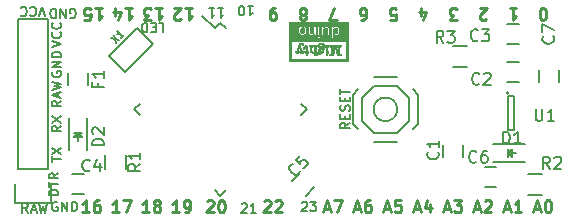
<source format=gto>
%TF.GenerationSoftware,KiCad,Pcbnew,4.0.4-stable*%
%TF.CreationDate,2016-12-05T23:01:44+00:00*%
%TF.ProjectId,mightyduino,6D69676874796475696E6F2E6B696361,rev?*%
%TF.FileFunction,Legend,Top*%
%FSLAX46Y46*%
G04 Gerber Fmt 4.6, Leading zero omitted, Abs format (unit mm)*
G04 Created by KiCad (PCBNEW 4.0.4-stable) date Monday, 05 '05e' December '05e' 2016, 23:01:44*
%MOMM*%
%LPD*%
G01*
G04 APERTURE LIST*
%ADD10C,0.100000*%
%ADD11C,0.200000*%
%ADD12C,0.250000*%
%ADD13C,0.150000*%
%ADD14C,0.010000*%
G04 APERTURE END LIST*
D10*
D11*
X140214285Y-103143095D02*
X140595238Y-103143095D01*
X140595238Y-103943095D01*
X139947619Y-103562143D02*
X139680952Y-103562143D01*
X139566666Y-103143095D02*
X139947619Y-103143095D01*
X139947619Y-103943095D01*
X139566666Y-103943095D01*
X139223809Y-103143095D02*
X139223809Y-103943095D01*
X139033333Y-103943095D01*
X138919047Y-103905000D01*
X138842856Y-103828810D01*
X138804761Y-103752619D01*
X138766666Y-103600238D01*
X138766666Y-103485952D01*
X138804761Y-103333571D01*
X138842856Y-103257381D01*
X138919047Y-103181190D01*
X139033333Y-103143095D01*
X139223809Y-103143095D01*
X156368705Y-111651905D02*
X155987752Y-111918572D01*
X156368705Y-112109048D02*
X155568705Y-112109048D01*
X155568705Y-111804286D01*
X155606800Y-111728095D01*
X155644895Y-111690000D01*
X155721086Y-111651905D01*
X155835371Y-111651905D01*
X155911562Y-111690000D01*
X155949657Y-111728095D01*
X155987752Y-111804286D01*
X155987752Y-112109048D01*
X155949657Y-111309048D02*
X155949657Y-111042381D01*
X156368705Y-110928095D02*
X156368705Y-111309048D01*
X155568705Y-111309048D01*
X155568705Y-110928095D01*
X156330610Y-110623333D02*
X156368705Y-110509047D01*
X156368705Y-110318571D01*
X156330610Y-110242381D01*
X156292514Y-110204285D01*
X156216324Y-110166190D01*
X156140133Y-110166190D01*
X156063943Y-110204285D01*
X156025848Y-110242381D01*
X155987752Y-110318571D01*
X155949657Y-110470952D01*
X155911562Y-110547143D01*
X155873467Y-110585238D01*
X155797276Y-110623333D01*
X155721086Y-110623333D01*
X155644895Y-110585238D01*
X155606800Y-110547143D01*
X155568705Y-110470952D01*
X155568705Y-110280476D01*
X155606800Y-110166190D01*
X155949657Y-109823333D02*
X155949657Y-109556666D01*
X156368705Y-109442380D02*
X156368705Y-109823333D01*
X155568705Y-109823333D01*
X155568705Y-109442380D01*
X155568705Y-109213809D02*
X155568705Y-108756666D01*
X156368705Y-108985237D02*
X155568705Y-108985237D01*
X131923028Y-109775562D02*
X131542075Y-110042229D01*
X131923028Y-110232705D02*
X131123028Y-110232705D01*
X131123028Y-109927943D01*
X131161123Y-109851752D01*
X131199218Y-109813657D01*
X131275409Y-109775562D01*
X131389694Y-109775562D01*
X131465885Y-109813657D01*
X131503980Y-109851752D01*
X131542075Y-109927943D01*
X131542075Y-110232705D01*
X131694456Y-109470800D02*
X131694456Y-109089848D01*
X131923028Y-109546991D02*
X131123028Y-109280324D01*
X131923028Y-109013657D01*
X131123028Y-108823181D02*
X131923028Y-108632705D01*
X131351599Y-108480324D01*
X131923028Y-108327943D01*
X131123028Y-108137467D01*
X131161123Y-107292704D02*
X131123028Y-107368895D01*
X131123028Y-107483180D01*
X131161123Y-107597466D01*
X131237313Y-107673657D01*
X131313504Y-107711752D01*
X131465885Y-107749847D01*
X131580171Y-107749847D01*
X131732552Y-107711752D01*
X131808742Y-107673657D01*
X131884933Y-107597466D01*
X131923028Y-107483180D01*
X131923028Y-107406990D01*
X131884933Y-107292704D01*
X131846837Y-107254609D01*
X131580171Y-107254609D01*
X131580171Y-107406990D01*
X131923028Y-106911752D02*
X131123028Y-106911752D01*
X131923028Y-106454609D01*
X131123028Y-106454609D01*
X131923028Y-106073657D02*
X131123028Y-106073657D01*
X131123028Y-105883181D01*
X131161123Y-105768895D01*
X131237313Y-105692704D01*
X131313504Y-105654609D01*
X131465885Y-105616514D01*
X131580171Y-105616514D01*
X131732552Y-105654609D01*
X131808742Y-105692704D01*
X131884933Y-105768895D01*
X131923028Y-105883181D01*
X131923028Y-106073657D01*
X131123028Y-114912705D02*
X131123028Y-114455562D01*
X131923028Y-114684133D02*
X131123028Y-114684133D01*
X131123028Y-114265085D02*
X131923028Y-113731752D01*
X131123028Y-113731752D02*
X131923028Y-114265085D01*
X131923028Y-111896514D02*
X131542075Y-112163181D01*
X131923028Y-112353657D02*
X131123028Y-112353657D01*
X131123028Y-112048895D01*
X131161123Y-111972704D01*
X131199218Y-111934609D01*
X131275409Y-111896514D01*
X131389694Y-111896514D01*
X131465885Y-111934609D01*
X131503980Y-111972704D01*
X131542075Y-112048895D01*
X131542075Y-112353657D01*
X131123028Y-111629847D02*
X131923028Y-111096514D01*
X131123028Y-111096514D02*
X131923028Y-111629847D01*
X131679905Y-117754286D02*
X130879905Y-117754286D01*
X130879905Y-117563810D01*
X130918000Y-117449524D01*
X130994190Y-117373333D01*
X131070381Y-117335238D01*
X131222762Y-117297143D01*
X131337048Y-117297143D01*
X131489429Y-117335238D01*
X131565619Y-117373333D01*
X131641810Y-117449524D01*
X131679905Y-117563810D01*
X131679905Y-117754286D01*
X130879905Y-117068572D02*
X130879905Y-116611429D01*
X131679905Y-116840000D02*
X130879905Y-116840000D01*
X131679905Y-115887619D02*
X131298952Y-116154286D01*
X131679905Y-116344762D02*
X130879905Y-116344762D01*
X130879905Y-116040000D01*
X130918000Y-115963809D01*
X130956095Y-115925714D01*
X131032286Y-115887619D01*
X131146571Y-115887619D01*
X131222762Y-115925714D01*
X131260857Y-115963809D01*
X131298952Y-116040000D01*
X131298952Y-116344762D01*
X131123028Y-105209848D02*
X131923028Y-104943181D01*
X131123028Y-104676514D01*
X131846837Y-103952705D02*
X131884933Y-103990800D01*
X131923028Y-104105086D01*
X131923028Y-104181276D01*
X131884933Y-104295562D01*
X131808742Y-104371753D01*
X131732552Y-104409848D01*
X131580171Y-104447943D01*
X131465885Y-104447943D01*
X131313504Y-104409848D01*
X131237313Y-104371753D01*
X131161123Y-104295562D01*
X131123028Y-104181276D01*
X131123028Y-104105086D01*
X131161123Y-103990800D01*
X131199218Y-103952705D01*
X131846837Y-103152705D02*
X131884933Y-103190800D01*
X131923028Y-103305086D01*
X131923028Y-103381276D01*
X131884933Y-103495562D01*
X131808742Y-103571753D01*
X131732552Y-103609848D01*
X131580171Y-103647943D01*
X131465885Y-103647943D01*
X131313504Y-103609848D01*
X131237313Y-103571753D01*
X131161123Y-103495562D01*
X131123028Y-103381276D01*
X131123028Y-103305086D01*
X131161123Y-103190800D01*
X131199218Y-103152705D01*
X130581267Y-102596895D02*
X130314600Y-101796895D01*
X130047933Y-102596895D01*
X129324124Y-101873086D02*
X129362219Y-101834990D01*
X129476505Y-101796895D01*
X129552695Y-101796895D01*
X129666981Y-101834990D01*
X129743172Y-101911181D01*
X129781267Y-101987371D01*
X129819362Y-102139752D01*
X129819362Y-102254038D01*
X129781267Y-102406419D01*
X129743172Y-102482610D01*
X129666981Y-102558800D01*
X129552695Y-102596895D01*
X129476505Y-102596895D01*
X129362219Y-102558800D01*
X129324124Y-102520705D01*
X128524124Y-101873086D02*
X128562219Y-101834990D01*
X128676505Y-101796895D01*
X128752695Y-101796895D01*
X128866981Y-101834990D01*
X128943172Y-101911181D01*
X128981267Y-101987371D01*
X129019362Y-102139752D01*
X129019362Y-102254038D01*
X128981267Y-102406419D01*
X128943172Y-102482610D01*
X128866981Y-102558800D01*
X128752695Y-102596895D01*
X128676505Y-102596895D01*
X128562219Y-102558800D01*
X128524124Y-102520705D01*
X132689523Y-102762000D02*
X132765714Y-102800095D01*
X132879999Y-102800095D01*
X132994285Y-102762000D01*
X133070476Y-102685810D01*
X133108571Y-102609619D01*
X133146666Y-102457238D01*
X133146666Y-102342952D01*
X133108571Y-102190571D01*
X133070476Y-102114381D01*
X132994285Y-102038190D01*
X132879999Y-102000095D01*
X132803809Y-102000095D01*
X132689523Y-102038190D01*
X132651428Y-102076286D01*
X132651428Y-102342952D01*
X132803809Y-102342952D01*
X132308571Y-102000095D02*
X132308571Y-102800095D01*
X131851428Y-102000095D01*
X131851428Y-102800095D01*
X131470476Y-102000095D02*
X131470476Y-102800095D01*
X131280000Y-102800095D01*
X131165714Y-102762000D01*
X131089523Y-102685810D01*
X131051428Y-102609619D01*
X131013333Y-102457238D01*
X131013333Y-102342952D01*
X131051428Y-102190571D01*
X131089523Y-102114381D01*
X131165714Y-102038190D01*
X131280000Y-102000095D01*
X131470476Y-102000095D01*
D12*
X172767619Y-102909619D02*
X172672380Y-102909619D01*
X172577142Y-102862000D01*
X172529523Y-102814381D01*
X172481904Y-102719143D01*
X172434285Y-102528667D01*
X172434285Y-102290571D01*
X172481904Y-102100095D01*
X172529523Y-102004857D01*
X172577142Y-101957238D01*
X172672380Y-101909619D01*
X172767619Y-101909619D01*
X172862857Y-101957238D01*
X172910476Y-102004857D01*
X172958095Y-102100095D01*
X173005714Y-102290571D01*
X173005714Y-102528667D01*
X172958095Y-102719143D01*
X172910476Y-102814381D01*
X172862857Y-102862000D01*
X172767619Y-102909619D01*
X169894285Y-101909619D02*
X170465714Y-101909619D01*
X170180000Y-101909619D02*
X170180000Y-102909619D01*
X170275238Y-102766762D01*
X170370476Y-102671524D01*
X170465714Y-102623905D01*
X159781904Y-102909619D02*
X160258095Y-102909619D01*
X160305714Y-102433429D01*
X160258095Y-102481048D01*
X160162857Y-102528667D01*
X159924761Y-102528667D01*
X159829523Y-102481048D01*
X159781904Y-102433429D01*
X159734285Y-102338190D01*
X159734285Y-102100095D01*
X159781904Y-102004857D01*
X159829523Y-101957238D01*
X159924761Y-101909619D01*
X160162857Y-101909619D01*
X160258095Y-101957238D01*
X160305714Y-102004857D01*
X162369523Y-102576286D02*
X162369523Y-101909619D01*
X162607619Y-102957238D02*
X162845714Y-102242952D01*
X162226666Y-102242952D01*
X165433333Y-102909619D02*
X164814285Y-102909619D01*
X165147619Y-102528667D01*
X165004761Y-102528667D01*
X164909523Y-102481048D01*
X164861904Y-102433429D01*
X164814285Y-102338190D01*
X164814285Y-102100095D01*
X164861904Y-102004857D01*
X164909523Y-101957238D01*
X165004761Y-101909619D01*
X165290476Y-101909619D01*
X165385714Y-101957238D01*
X165433333Y-102004857D01*
X167925714Y-102814381D02*
X167878095Y-102862000D01*
X167782857Y-102909619D01*
X167544761Y-102909619D01*
X167449523Y-102862000D01*
X167401904Y-102814381D01*
X167354285Y-102719143D01*
X167354285Y-102623905D01*
X167401904Y-102481048D01*
X167973333Y-101909619D01*
X167354285Y-101909619D01*
X157289523Y-102909619D02*
X157480000Y-102909619D01*
X157575238Y-102862000D01*
X157622857Y-102814381D01*
X157718095Y-102671524D01*
X157765714Y-102481048D01*
X157765714Y-102100095D01*
X157718095Y-102004857D01*
X157670476Y-101957238D01*
X157575238Y-101909619D01*
X157384761Y-101909619D01*
X157289523Y-101957238D01*
X157241904Y-102004857D01*
X157194285Y-102100095D01*
X157194285Y-102338190D01*
X157241904Y-102433429D01*
X157289523Y-102481048D01*
X157384761Y-102528667D01*
X157575238Y-102528667D01*
X157670476Y-102481048D01*
X157718095Y-102433429D01*
X157765714Y-102338190D01*
X155273333Y-102909619D02*
X154606666Y-102909619D01*
X155035238Y-101909619D01*
D11*
X145211781Y-101936595D02*
X145668924Y-101936595D01*
X145440353Y-101936595D02*
X145440353Y-102736595D01*
X145516543Y-102622310D01*
X145592734Y-102546119D01*
X145668924Y-102508024D01*
X144449876Y-101936595D02*
X144907019Y-101936595D01*
X144678448Y-101936595D02*
X144678448Y-102736595D01*
X144754638Y-102622310D01*
X144830829Y-102546119D01*
X144907019Y-102508024D01*
D12*
X150050476Y-101909619D02*
X149860000Y-101909619D01*
X149764761Y-101957238D01*
X149717142Y-102004857D01*
X149621904Y-102147714D01*
X149574285Y-102338190D01*
X149574285Y-102719143D01*
X149621904Y-102814381D01*
X149669523Y-102862000D01*
X149764761Y-102909619D01*
X149955238Y-102909619D01*
X150050476Y-102862000D01*
X150098095Y-102814381D01*
X150145714Y-102719143D01*
X150145714Y-102481048D01*
X150098095Y-102385810D01*
X150050476Y-102338190D01*
X149955238Y-102290571D01*
X149764761Y-102290571D01*
X149669523Y-102338190D01*
X149621904Y-102385810D01*
X149574285Y-102481048D01*
D11*
X147726381Y-101746095D02*
X148183524Y-101746095D01*
X147954953Y-101746095D02*
X147954953Y-102546095D01*
X148031143Y-102431810D01*
X148107334Y-102355619D01*
X148183524Y-102317524D01*
X147231143Y-102546095D02*
X147154952Y-102546095D01*
X147078762Y-102508000D01*
X147040667Y-102469905D01*
X147002571Y-102393714D01*
X146964476Y-102241333D01*
X146964476Y-102050857D01*
X147002571Y-101898476D01*
X147040667Y-101822286D01*
X147078762Y-101784190D01*
X147154952Y-101746095D01*
X147231143Y-101746095D01*
X147307333Y-101784190D01*
X147345429Y-101822286D01*
X147383524Y-101898476D01*
X147421619Y-102050857D01*
X147421619Y-102241333D01*
X147383524Y-102393714D01*
X147345429Y-102469905D01*
X147307333Y-102508000D01*
X147231143Y-102546095D01*
D12*
X152495238Y-102481048D02*
X152590476Y-102528667D01*
X152638095Y-102576286D01*
X152685714Y-102671524D01*
X152685714Y-102719143D01*
X152638095Y-102814381D01*
X152590476Y-102862000D01*
X152495238Y-102909619D01*
X152304761Y-102909619D01*
X152209523Y-102862000D01*
X152161904Y-102814381D01*
X152114285Y-102719143D01*
X152114285Y-102671524D01*
X152161904Y-102576286D01*
X152209523Y-102528667D01*
X152304761Y-102481048D01*
X152495238Y-102481048D01*
X152590476Y-102433429D01*
X152638095Y-102385810D01*
X152685714Y-102290571D01*
X152685714Y-102100095D01*
X152638095Y-102004857D01*
X152590476Y-101957238D01*
X152495238Y-101909619D01*
X152304761Y-101909619D01*
X152209523Y-101957238D01*
X152161904Y-102004857D01*
X152114285Y-102100095D01*
X152114285Y-102290571D01*
X152161904Y-102385810D01*
X152209523Y-102433429D01*
X152304761Y-102481048D01*
X139890476Y-101909619D02*
X140461905Y-101909619D01*
X140176191Y-101909619D02*
X140176191Y-102909619D01*
X140271429Y-102766762D01*
X140366667Y-102671524D01*
X140461905Y-102623905D01*
X139557143Y-102909619D02*
X138938095Y-102909619D01*
X139271429Y-102528667D01*
X139128571Y-102528667D01*
X139033333Y-102481048D01*
X138985714Y-102433429D01*
X138938095Y-102338190D01*
X138938095Y-102100095D01*
X138985714Y-102004857D01*
X139033333Y-101957238D01*
X139128571Y-101909619D01*
X139414286Y-101909619D01*
X139509524Y-101957238D01*
X139557143Y-102004857D01*
X142430476Y-101909619D02*
X143001905Y-101909619D01*
X142716191Y-101909619D02*
X142716191Y-102909619D01*
X142811429Y-102766762D01*
X142906667Y-102671524D01*
X143001905Y-102623905D01*
X142049524Y-102814381D02*
X142001905Y-102862000D01*
X141906667Y-102909619D01*
X141668571Y-102909619D01*
X141573333Y-102862000D01*
X141525714Y-102814381D01*
X141478095Y-102719143D01*
X141478095Y-102623905D01*
X141525714Y-102481048D01*
X142097143Y-101909619D01*
X141478095Y-101909619D01*
X137350476Y-101909619D02*
X137921905Y-101909619D01*
X137636191Y-101909619D02*
X137636191Y-102909619D01*
X137731429Y-102766762D01*
X137826667Y-102671524D01*
X137921905Y-102623905D01*
X136493333Y-102576286D02*
X136493333Y-101909619D01*
X136731429Y-102957238D02*
X136969524Y-102242952D01*
X136350476Y-102242952D01*
X134810476Y-101909619D02*
X135381905Y-101909619D01*
X135096191Y-101909619D02*
X135096191Y-102909619D01*
X135191429Y-102766762D01*
X135286667Y-102671524D01*
X135381905Y-102623905D01*
X133905714Y-102909619D02*
X134381905Y-102909619D01*
X134429524Y-102433429D01*
X134381905Y-102481048D01*
X134286667Y-102528667D01*
X134048571Y-102528667D01*
X133953333Y-102481048D01*
X133905714Y-102433429D01*
X133858095Y-102338190D01*
X133858095Y-102100095D01*
X133905714Y-102004857D01*
X133953333Y-101957238D01*
X134048571Y-101909619D01*
X134286667Y-101909619D01*
X134381905Y-101957238D01*
X134429524Y-102004857D01*
D11*
X129114619Y-119233905D02*
X128847952Y-118852952D01*
X128657476Y-119233905D02*
X128657476Y-118433905D01*
X128962238Y-118433905D01*
X129038429Y-118472000D01*
X129076524Y-118510095D01*
X129114619Y-118586286D01*
X129114619Y-118700571D01*
X129076524Y-118776762D01*
X129038429Y-118814857D01*
X128962238Y-118852952D01*
X128657476Y-118852952D01*
X129419381Y-119005333D02*
X129800333Y-119005333D01*
X129343190Y-119233905D02*
X129609857Y-118433905D01*
X129876524Y-119233905D01*
X130067000Y-118433905D02*
X130257476Y-119233905D01*
X130409857Y-118662476D01*
X130562238Y-119233905D01*
X130752714Y-118433905D01*
X131597477Y-118345000D02*
X131521286Y-118306905D01*
X131407001Y-118306905D01*
X131292715Y-118345000D01*
X131216524Y-118421190D01*
X131178429Y-118497381D01*
X131140334Y-118649762D01*
X131140334Y-118764048D01*
X131178429Y-118916429D01*
X131216524Y-118992619D01*
X131292715Y-119068810D01*
X131407001Y-119106905D01*
X131483191Y-119106905D01*
X131597477Y-119068810D01*
X131635572Y-119030714D01*
X131635572Y-118764048D01*
X131483191Y-118764048D01*
X131978429Y-119106905D02*
X131978429Y-118306905D01*
X132435572Y-119106905D01*
X132435572Y-118306905D01*
X132816524Y-119106905D02*
X132816524Y-118306905D01*
X133007000Y-118306905D01*
X133121286Y-118345000D01*
X133197477Y-118421190D01*
X133235572Y-118497381D01*
X133273667Y-118649762D01*
X133273667Y-118764048D01*
X133235572Y-118916429D01*
X133197477Y-118992619D01*
X133121286Y-119068810D01*
X133007000Y-119106905D01*
X132816524Y-119106905D01*
D12*
X136842524Y-119197381D02*
X136271095Y-119197381D01*
X136556809Y-119197381D02*
X136556809Y-118197381D01*
X136461571Y-118340238D01*
X136366333Y-118435476D01*
X136271095Y-118483095D01*
X137175857Y-118197381D02*
X137842524Y-118197381D01*
X137413952Y-119197381D01*
X141922524Y-119197381D02*
X141351095Y-119197381D01*
X141636809Y-119197381D02*
X141636809Y-118197381D01*
X141541571Y-118340238D01*
X141446333Y-118435476D01*
X141351095Y-118483095D01*
X142398714Y-119197381D02*
X142589190Y-119197381D01*
X142684429Y-119149762D01*
X142732048Y-119102143D01*
X142827286Y-118959286D01*
X142874905Y-118768810D01*
X142874905Y-118387857D01*
X142827286Y-118292619D01*
X142779667Y-118245000D01*
X142684429Y-118197381D01*
X142493952Y-118197381D01*
X142398714Y-118245000D01*
X142351095Y-118292619D01*
X142303476Y-118387857D01*
X142303476Y-118625952D01*
X142351095Y-118721190D01*
X142398714Y-118768810D01*
X142493952Y-118816429D01*
X142684429Y-118816429D01*
X142779667Y-118768810D01*
X142827286Y-118721190D01*
X142874905Y-118625952D01*
X134302524Y-119197381D02*
X133731095Y-119197381D01*
X134016809Y-119197381D02*
X134016809Y-118197381D01*
X133921571Y-118340238D01*
X133826333Y-118435476D01*
X133731095Y-118483095D01*
X135159667Y-118197381D02*
X134969190Y-118197381D01*
X134873952Y-118245000D01*
X134826333Y-118292619D01*
X134731095Y-118435476D01*
X134683476Y-118625952D01*
X134683476Y-119006905D01*
X134731095Y-119102143D01*
X134778714Y-119149762D01*
X134873952Y-119197381D01*
X135064429Y-119197381D01*
X135159667Y-119149762D01*
X135207286Y-119102143D01*
X135254905Y-119006905D01*
X135254905Y-118768810D01*
X135207286Y-118673571D01*
X135159667Y-118625952D01*
X135064429Y-118578333D01*
X134873952Y-118578333D01*
X134778714Y-118625952D01*
X134731095Y-118673571D01*
X134683476Y-118768810D01*
X139382524Y-119197381D02*
X138811095Y-119197381D01*
X139096809Y-119197381D02*
X139096809Y-118197381D01*
X139001571Y-118340238D01*
X138906333Y-118435476D01*
X138811095Y-118483095D01*
X139953952Y-118625952D02*
X139858714Y-118578333D01*
X139811095Y-118530714D01*
X139763476Y-118435476D01*
X139763476Y-118387857D01*
X139811095Y-118292619D01*
X139858714Y-118245000D01*
X139953952Y-118197381D01*
X140144429Y-118197381D01*
X140239667Y-118245000D01*
X140287286Y-118292619D01*
X140334905Y-118387857D01*
X140334905Y-118435476D01*
X140287286Y-118530714D01*
X140239667Y-118578333D01*
X140144429Y-118625952D01*
X139953952Y-118625952D01*
X139858714Y-118673571D01*
X139811095Y-118721190D01*
X139763476Y-118816429D01*
X139763476Y-119006905D01*
X139811095Y-119102143D01*
X139858714Y-119149762D01*
X139953952Y-119197381D01*
X140144429Y-119197381D01*
X140239667Y-119149762D01*
X140287286Y-119102143D01*
X140334905Y-119006905D01*
X140334905Y-118816429D01*
X140287286Y-118721190D01*
X140239667Y-118673571D01*
X140144429Y-118625952D01*
D11*
X147218476Y-118510095D02*
X147256571Y-118472000D01*
X147332762Y-118433905D01*
X147523238Y-118433905D01*
X147599428Y-118472000D01*
X147637524Y-118510095D01*
X147675619Y-118586286D01*
X147675619Y-118662476D01*
X147637524Y-118776762D01*
X147180381Y-119233905D01*
X147675619Y-119233905D01*
X148437524Y-119233905D02*
X147980381Y-119233905D01*
X148208952Y-119233905D02*
X148208952Y-118433905D01*
X148132762Y-118548190D01*
X148056571Y-118624381D01*
X147980381Y-118662476D01*
X152298476Y-118383095D02*
X152336571Y-118345000D01*
X152412762Y-118306905D01*
X152603238Y-118306905D01*
X152679428Y-118345000D01*
X152717524Y-118383095D01*
X152755619Y-118459286D01*
X152755619Y-118535476D01*
X152717524Y-118649762D01*
X152260381Y-119106905D01*
X152755619Y-119106905D01*
X153022286Y-118306905D02*
X153517524Y-118306905D01*
X153250857Y-118611667D01*
X153365143Y-118611667D01*
X153441333Y-118649762D01*
X153479429Y-118687857D01*
X153517524Y-118764048D01*
X153517524Y-118954524D01*
X153479429Y-119030714D01*
X153441333Y-119068810D01*
X153365143Y-119106905D01*
X153136571Y-119106905D01*
X153060381Y-119068810D01*
X153022286Y-119030714D01*
D12*
X144272095Y-118292619D02*
X144319714Y-118245000D01*
X144414952Y-118197381D01*
X144653048Y-118197381D01*
X144748286Y-118245000D01*
X144795905Y-118292619D01*
X144843524Y-118387857D01*
X144843524Y-118483095D01*
X144795905Y-118625952D01*
X144224476Y-119197381D01*
X144843524Y-119197381D01*
X145462571Y-118197381D02*
X145557810Y-118197381D01*
X145653048Y-118245000D01*
X145700667Y-118292619D01*
X145748286Y-118387857D01*
X145795905Y-118578333D01*
X145795905Y-118816429D01*
X145748286Y-119006905D01*
X145700667Y-119102143D01*
X145653048Y-119149762D01*
X145557810Y-119197381D01*
X145462571Y-119197381D01*
X145367333Y-119149762D01*
X145319714Y-119102143D01*
X145272095Y-119006905D01*
X145224476Y-118816429D01*
X145224476Y-118578333D01*
X145272095Y-118387857D01*
X145319714Y-118292619D01*
X145367333Y-118245000D01*
X145462571Y-118197381D01*
X149098095Y-118292619D02*
X149145714Y-118245000D01*
X149240952Y-118197381D01*
X149479048Y-118197381D01*
X149574286Y-118245000D01*
X149621905Y-118292619D01*
X149669524Y-118387857D01*
X149669524Y-118483095D01*
X149621905Y-118625952D01*
X149050476Y-119197381D01*
X149669524Y-119197381D01*
X150050476Y-118292619D02*
X150098095Y-118245000D01*
X150193333Y-118197381D01*
X150431429Y-118197381D01*
X150526667Y-118245000D01*
X150574286Y-118292619D01*
X150621905Y-118387857D01*
X150621905Y-118483095D01*
X150574286Y-118625952D01*
X150002857Y-119197381D01*
X150621905Y-119197381D01*
X156765714Y-118911667D02*
X157241905Y-118911667D01*
X156670476Y-119197381D02*
X157003809Y-118197381D01*
X157337143Y-119197381D01*
X158099048Y-118197381D02*
X157908571Y-118197381D01*
X157813333Y-118245000D01*
X157765714Y-118292619D01*
X157670476Y-118435476D01*
X157622857Y-118625952D01*
X157622857Y-119006905D01*
X157670476Y-119102143D01*
X157718095Y-119149762D01*
X157813333Y-119197381D01*
X158003810Y-119197381D01*
X158099048Y-119149762D01*
X158146667Y-119102143D01*
X158194286Y-119006905D01*
X158194286Y-118768810D01*
X158146667Y-118673571D01*
X158099048Y-118625952D01*
X158003810Y-118578333D01*
X157813333Y-118578333D01*
X157718095Y-118625952D01*
X157670476Y-118673571D01*
X157622857Y-118768810D01*
X161845714Y-118911667D02*
X162321905Y-118911667D01*
X161750476Y-119197381D02*
X162083809Y-118197381D01*
X162417143Y-119197381D01*
X163179048Y-118530714D02*
X163179048Y-119197381D01*
X162940952Y-118149762D02*
X162702857Y-118864048D01*
X163321905Y-118864048D01*
X154225714Y-118911667D02*
X154701905Y-118911667D01*
X154130476Y-119197381D02*
X154463809Y-118197381D01*
X154797143Y-119197381D01*
X155035238Y-118197381D02*
X155701905Y-118197381D01*
X155273333Y-119197381D01*
X159305714Y-118911667D02*
X159781905Y-118911667D01*
X159210476Y-119197381D02*
X159543809Y-118197381D01*
X159877143Y-119197381D01*
X160686667Y-118197381D02*
X160210476Y-118197381D01*
X160162857Y-118673571D01*
X160210476Y-118625952D01*
X160305714Y-118578333D01*
X160543810Y-118578333D01*
X160639048Y-118625952D01*
X160686667Y-118673571D01*
X160734286Y-118768810D01*
X160734286Y-119006905D01*
X160686667Y-119102143D01*
X160639048Y-119149762D01*
X160543810Y-119197381D01*
X160305714Y-119197381D01*
X160210476Y-119149762D01*
X160162857Y-119102143D01*
X164385714Y-118911667D02*
X164861905Y-118911667D01*
X164290476Y-119197381D02*
X164623809Y-118197381D01*
X164957143Y-119197381D01*
X165195238Y-118197381D02*
X165814286Y-118197381D01*
X165480952Y-118578333D01*
X165623810Y-118578333D01*
X165719048Y-118625952D01*
X165766667Y-118673571D01*
X165814286Y-118768810D01*
X165814286Y-119006905D01*
X165766667Y-119102143D01*
X165719048Y-119149762D01*
X165623810Y-119197381D01*
X165338095Y-119197381D01*
X165242857Y-119149762D01*
X165195238Y-119102143D01*
X166925714Y-118911667D02*
X167401905Y-118911667D01*
X166830476Y-119197381D02*
X167163809Y-118197381D01*
X167497143Y-119197381D01*
X167782857Y-118292619D02*
X167830476Y-118245000D01*
X167925714Y-118197381D01*
X168163810Y-118197381D01*
X168259048Y-118245000D01*
X168306667Y-118292619D01*
X168354286Y-118387857D01*
X168354286Y-118483095D01*
X168306667Y-118625952D01*
X167735238Y-119197381D01*
X168354286Y-119197381D01*
X169465714Y-118911667D02*
X169941905Y-118911667D01*
X169370476Y-119197381D02*
X169703809Y-118197381D01*
X170037143Y-119197381D01*
X170894286Y-119197381D02*
X170322857Y-119197381D01*
X170608571Y-119197381D02*
X170608571Y-118197381D01*
X170513333Y-118340238D01*
X170418095Y-118435476D01*
X170322857Y-118483095D01*
X172005714Y-118911667D02*
X172481905Y-118911667D01*
X171910476Y-119197381D02*
X172243809Y-118197381D01*
X172577143Y-119197381D01*
X173100952Y-118197381D02*
X173196191Y-118197381D01*
X173291429Y-118245000D01*
X173339048Y-118292619D01*
X173386667Y-118387857D01*
X173434286Y-118578333D01*
X173434286Y-118816429D01*
X173386667Y-119006905D01*
X173339048Y-119102143D01*
X173291429Y-119149762D01*
X173196191Y-119197381D01*
X173100952Y-119197381D01*
X173005714Y-119149762D01*
X172958095Y-119102143D01*
X172910476Y-119006905D01*
X172862857Y-118816429D01*
X172862857Y-118578333D01*
X172910476Y-118387857D01*
X172958095Y-118292619D01*
X173005714Y-118245000D01*
X173100952Y-118197381D01*
D13*
X165950000Y-114530000D02*
X165950000Y-113530000D01*
X164250000Y-113530000D02*
X164250000Y-114530000D01*
X169680000Y-108165000D02*
X170680000Y-108165000D01*
X170680000Y-106465000D02*
X169680000Y-106465000D01*
X169680000Y-104990000D02*
X170680000Y-104990000D01*
X170680000Y-103290000D02*
X169680000Y-103290000D01*
X152152513Y-115885406D02*
X151445406Y-116592513D01*
X152647487Y-117794594D02*
X153354594Y-117087487D01*
X168775000Y-115355000D02*
X167775000Y-115355000D01*
X167775000Y-117055000D02*
X168775000Y-117055000D01*
X132600000Y-111209020D02*
X132600000Y-113909020D01*
X134100000Y-111209020D02*
X134100000Y-113909020D01*
X133200000Y-112709020D02*
X133450000Y-112709020D01*
X133450000Y-112709020D02*
X133300000Y-112559020D01*
X133700000Y-112459020D02*
X133000000Y-112459020D01*
X133350000Y-112809020D02*
X133350000Y-113159020D01*
X133350000Y-112459020D02*
X133700000Y-112809020D01*
X133700000Y-112809020D02*
X133000000Y-112809020D01*
X133000000Y-112809020D02*
X133350000Y-112459020D01*
X132500000Y-107450000D02*
X132500000Y-108450000D01*
X134200000Y-108450000D02*
X134200000Y-107450000D01*
X145415000Y-103171445D02*
X144941238Y-103645206D01*
X152733555Y-110490000D02*
X152259794Y-110963762D01*
X145415000Y-117808555D02*
X145888762Y-117334794D01*
X138096445Y-110490000D02*
X138570206Y-110016238D01*
X145415000Y-103171445D02*
X145888762Y-103645206D01*
X138096445Y-110490000D02*
X138570206Y-110963762D01*
X145415000Y-117808555D02*
X144941238Y-117334794D01*
X152733555Y-110490000D02*
X152259794Y-110016238D01*
X144941238Y-103645206D02*
X143898256Y-102602224D01*
X128270000Y-115570000D02*
X128270000Y-102870000D01*
X128270000Y-102870000D02*
X130810000Y-102870000D01*
X130810000Y-102870000D02*
X130810000Y-115570000D01*
X127990000Y-118390000D02*
X127990000Y-116840000D01*
X128270000Y-115570000D02*
X130810000Y-115570000D01*
X131090000Y-116840000D02*
X131090000Y-118390000D01*
X131090000Y-118390000D02*
X127990000Y-118390000D01*
X135650000Y-115535000D02*
X135650000Y-114335000D01*
X137400000Y-114335000D02*
X137400000Y-115535000D01*
X172685000Y-117715000D02*
X171485000Y-117715000D01*
X171485000Y-115965000D02*
X172685000Y-115965000D01*
X165135000Y-105170000D02*
X166335000Y-105170000D01*
X166335000Y-106920000D02*
X165135000Y-106920000D01*
X157085000Y-108790000D02*
X156635000Y-109240000D01*
X157085000Y-112190000D02*
X156635000Y-111740000D01*
X161685000Y-112190000D02*
X162135000Y-111740000D01*
X161685000Y-108790000D02*
X162135000Y-109240000D01*
X160385000Y-108490000D02*
X161385000Y-109490000D01*
X161385000Y-109490000D02*
X161385000Y-111490000D01*
X161385000Y-111490000D02*
X160385000Y-112490000D01*
X160385000Y-112490000D02*
X158385000Y-112490000D01*
X158385000Y-112490000D02*
X157385000Y-111490000D01*
X157385000Y-111490000D02*
X157385000Y-109490000D01*
X157385000Y-109490000D02*
X158385000Y-108490000D01*
X158385000Y-108490000D02*
X160385000Y-108490000D01*
X160385000Y-113240000D02*
X158385000Y-113240000D01*
X156635000Y-109240000D02*
X156635000Y-111740000D01*
X160385000Y-107740000D02*
X158385000Y-107740000D01*
X162135000Y-109240000D02*
X162135000Y-111740000D01*
X160385000Y-110490000D02*
G75*
G03X160385000Y-110490000I-1000000J0D01*
G01*
X137345987Y-107295854D02*
X139680854Y-104960987D01*
X139680854Y-104960987D02*
X138333815Y-103613949D01*
X138333815Y-103613949D02*
X135998949Y-105948815D01*
X135998949Y-105948815D02*
X137345987Y-107295854D01*
X172378000Y-107180000D02*
X172378000Y-108180000D01*
X174078000Y-108180000D02*
X174078000Y-107180000D01*
X169810000Y-109110000D02*
G75*
G03X169810000Y-109110000I-100000J0D01*
G01*
X170260000Y-109360000D02*
X169760000Y-109360000D01*
X170260000Y-112260000D02*
X170260000Y-109360000D01*
X169760000Y-112260000D02*
X170260000Y-112260000D01*
X169760000Y-109360000D02*
X169760000Y-112260000D01*
X132850000Y-117690000D02*
X133850000Y-117690000D01*
X133850000Y-115990000D02*
X132850000Y-115990000D01*
X168486020Y-114923000D02*
X171186020Y-114923000D01*
X168486020Y-113423000D02*
X171186020Y-113423000D01*
X169986020Y-114323000D02*
X169986020Y-114073000D01*
X169986020Y-114073000D02*
X169836020Y-114223000D01*
X169736020Y-113823000D02*
X169736020Y-114523000D01*
X170086020Y-114173000D02*
X170436020Y-114173000D01*
X169736020Y-114173000D02*
X170086020Y-113823000D01*
X170086020Y-113823000D02*
X170086020Y-114523000D01*
X170086020Y-114523000D02*
X169736020Y-114173000D01*
D14*
G36*
X151188057Y-103127629D02*
X156246285Y-103127629D01*
X156246285Y-103798914D01*
X155494431Y-103798914D01*
X155490444Y-103722499D01*
X155478855Y-103656791D01*
X155458982Y-103599737D01*
X155430143Y-103549286D01*
X155398653Y-103510683D01*
X155352229Y-103469264D01*
X155301845Y-103440854D01*
X155245694Y-103424748D01*
X155181968Y-103420242D01*
X155167811Y-103420686D01*
X155126764Y-103424449D01*
X155092711Y-103432416D01*
X155064095Y-103443574D01*
X155017392Y-103471426D01*
X154983242Y-103503083D01*
X154947257Y-103542456D01*
X154947257Y-103425172D01*
X154780343Y-103425172D01*
X154780343Y-104179914D01*
X154620685Y-104179914D01*
X154620685Y-103905460D01*
X154620592Y-103828806D01*
X154620203Y-103765118D01*
X154619355Y-103712848D01*
X154617884Y-103670448D01*
X154615629Y-103636371D01*
X154612424Y-103609068D01*
X154608108Y-103586993D01*
X154602516Y-103568596D01*
X154595486Y-103552331D01*
X154586854Y-103536650D01*
X154580738Y-103526719D01*
X154548868Y-103488197D01*
X154507409Y-103455859D01*
X154461055Y-103433310D01*
X154457657Y-103432161D01*
X154421378Y-103424127D01*
X154377921Y-103420300D01*
X154332257Y-103420591D01*
X154289358Y-103424911D01*
X154254196Y-103433171D01*
X154246943Y-103435949D01*
X154198426Y-103463620D01*
X154160413Y-103500921D01*
X154148208Y-103518258D01*
X154127200Y-103551385D01*
X154127200Y-103425172D01*
X153960285Y-103425172D01*
X153960285Y-104179914D01*
X153800628Y-104179914D01*
X153800628Y-103425172D01*
X153626457Y-103425172D01*
X153626457Y-104179914D01*
X153474057Y-104179914D01*
X153474057Y-103425172D01*
X153292628Y-103425172D01*
X153292628Y-103662001D01*
X153292530Y-103732529D01*
X153292104Y-103790164D01*
X153291153Y-103836529D01*
X153289482Y-103873244D01*
X153286894Y-103901932D01*
X153283192Y-103924213D01*
X153278182Y-103941710D01*
X153271665Y-103956043D01*
X153263446Y-103968834D01*
X153254015Y-103980872D01*
X153221993Y-104008918D01*
X153182238Y-104027156D01*
X153138375Y-104034818D01*
X153094028Y-104031137D01*
X153064028Y-104021123D01*
X153035891Y-104004999D01*
X153015624Y-103984312D01*
X152998725Y-103954338D01*
X152997227Y-103951049D01*
X152993692Y-103941847D01*
X152990816Y-103930514D01*
X152988511Y-103915459D01*
X152986691Y-103895095D01*
X152985266Y-103867834D01*
X152984151Y-103832085D01*
X152983256Y-103786262D01*
X152982495Y-103728776D01*
X152981927Y-103673729D01*
X152979553Y-103425172D01*
X152805477Y-103425172D01*
X152808027Y-103706386D01*
X152808728Y-103777368D01*
X152688456Y-103777368D01*
X152685924Y-103733391D01*
X152682082Y-103699424D01*
X152676206Y-103670971D01*
X152667571Y-103643539D01*
X152666327Y-103640134D01*
X152635340Y-103574414D01*
X152595144Y-103519903D01*
X152545763Y-103476623D01*
X152487219Y-103444593D01*
X152441872Y-103429166D01*
X152406229Y-103422739D01*
X152361802Y-103419319D01*
X152314009Y-103418917D01*
X152268269Y-103421545D01*
X152229998Y-103427211D01*
X152223603Y-103428740D01*
X152157521Y-103452830D01*
X152100576Y-103488108D01*
X152053135Y-103534196D01*
X152015564Y-103590716D01*
X151988232Y-103657292D01*
X151982771Y-103676494D01*
X151976486Y-103712077D01*
X151972865Y-103757066D01*
X151971899Y-103806599D01*
X151973576Y-103855817D01*
X151977887Y-103899858D01*
X151983325Y-103928496D01*
X152007703Y-103997267D01*
X152042503Y-104056143D01*
X152087133Y-104104681D01*
X152141002Y-104142438D01*
X152203517Y-104168971D01*
X152274085Y-104183836D01*
X152328885Y-104187064D01*
X152403160Y-104181923D01*
X152468570Y-104165904D01*
X152526335Y-104138574D01*
X152577670Y-104099499D01*
X152579766Y-104097536D01*
X152622849Y-104048628D01*
X152654880Y-103993222D01*
X152676237Y-103930206D01*
X152687297Y-103858472D01*
X152688456Y-103777368D01*
X152808728Y-103777368D01*
X152808745Y-103779020D01*
X152809504Y-103838664D01*
X152810382Y-103886842D01*
X152811453Y-103925080D01*
X152812792Y-103954901D01*
X152814476Y-103977831D01*
X152816581Y-103995393D01*
X152819182Y-104009112D01*
X152822354Y-104020512D01*
X152823834Y-104024862D01*
X152849612Y-104077884D01*
X152885802Y-104120857D01*
X152932809Y-104154246D01*
X152939808Y-104157945D01*
X152963461Y-104169533D01*
X152982562Y-104176906D01*
X153001768Y-104181023D01*
X153025735Y-104182845D01*
X153059121Y-104183333D01*
X153062907Y-104183345D01*
X153115644Y-104181624D01*
X153157779Y-104175311D01*
X153192833Y-104163154D01*
X153224327Y-104143903D01*
X153255784Y-104116306D01*
X153258085Y-104114019D01*
X153299885Y-104072219D01*
X153299885Y-104179914D01*
X153474057Y-104179914D01*
X153626457Y-104179914D01*
X153800628Y-104179914D01*
X153960285Y-104179914D01*
X154133731Y-104179914D01*
X154135908Y-103938614D01*
X154136541Y-103872779D01*
X154137199Y-103819785D01*
X154137991Y-103777961D01*
X154139028Y-103745635D01*
X154140418Y-103721133D01*
X154142271Y-103702785D01*
X154144698Y-103688918D01*
X154147807Y-103677859D01*
X154151708Y-103667937D01*
X154153982Y-103662897D01*
X154179555Y-103621484D01*
X154212519Y-103592491D01*
X154253379Y-103575599D01*
X154300443Y-103570474D01*
X154348307Y-103576202D01*
X154386896Y-103593063D01*
X154416404Y-103621188D01*
X154437024Y-103660707D01*
X154438147Y-103663926D01*
X154440848Y-103679191D01*
X154443013Y-103707652D01*
X154444652Y-103749586D01*
X154445773Y-103805272D01*
X154446384Y-103874985D01*
X154446514Y-103934255D01*
X154446514Y-104179914D01*
X154620685Y-104179914D01*
X154780343Y-104179914D01*
X154780343Y-104361343D01*
X153811514Y-104361343D01*
X153810888Y-104335935D01*
X153807583Y-104319539D01*
X153799456Y-104306659D01*
X153784406Y-104291843D01*
X153766605Y-104277148D01*
X153750578Y-104269731D01*
X153729759Y-104267191D01*
X153716424Y-104267000D01*
X153691736Y-104267910D01*
X153675070Y-104272395D01*
X153659964Y-104283093D01*
X153647375Y-104295175D01*
X153630695Y-104313335D01*
X153622312Y-104328663D01*
X153619440Y-104347702D01*
X153619200Y-104361343D01*
X153620298Y-104384933D01*
X153625448Y-104401388D01*
X153637437Y-104417250D01*
X153647375Y-104427511D01*
X153665085Y-104443902D01*
X153679988Y-104452298D01*
X153698546Y-104455336D01*
X153716424Y-104455686D01*
X153741774Y-104454612D01*
X153759239Y-104449790D01*
X153775387Y-104438821D01*
X153784406Y-104430844D01*
X153799481Y-104415998D01*
X153807595Y-104403117D01*
X153810892Y-104386706D01*
X153811514Y-104361343D01*
X154780343Y-104361343D01*
X154780343Y-104462943D01*
X154954514Y-104462943D01*
X154954514Y-104061623D01*
X154976230Y-104091600D01*
X155011478Y-104128385D01*
X155056122Y-104156377D01*
X155107662Y-104175097D01*
X155163597Y-104184067D01*
X155221427Y-104182809D01*
X155278651Y-104170843D01*
X155315574Y-104156520D01*
X155360730Y-104128406D01*
X155402357Y-104089530D01*
X155436800Y-104043641D01*
X155450974Y-104017588D01*
X155469669Y-103974169D01*
X155482440Y-103933766D01*
X155490195Y-103891799D01*
X155493847Y-103843688D01*
X155494431Y-103798914D01*
X156246285Y-103798914D01*
X156246285Y-106226429D01*
X156057600Y-106226429D01*
X156057600Y-104666143D01*
X151376743Y-104666143D01*
X151376743Y-106226429D01*
X156057600Y-106226429D01*
X156246285Y-106226429D01*
X156246285Y-106415114D01*
X151188057Y-106415114D01*
X151188057Y-103127629D01*
X151188057Y-103127629D01*
G37*
X151188057Y-103127629D02*
X156246285Y-103127629D01*
X156246285Y-103798914D01*
X155494431Y-103798914D01*
X155490444Y-103722499D01*
X155478855Y-103656791D01*
X155458982Y-103599737D01*
X155430143Y-103549286D01*
X155398653Y-103510683D01*
X155352229Y-103469264D01*
X155301845Y-103440854D01*
X155245694Y-103424748D01*
X155181968Y-103420242D01*
X155167811Y-103420686D01*
X155126764Y-103424449D01*
X155092711Y-103432416D01*
X155064095Y-103443574D01*
X155017392Y-103471426D01*
X154983242Y-103503083D01*
X154947257Y-103542456D01*
X154947257Y-103425172D01*
X154780343Y-103425172D01*
X154780343Y-104179914D01*
X154620685Y-104179914D01*
X154620685Y-103905460D01*
X154620592Y-103828806D01*
X154620203Y-103765118D01*
X154619355Y-103712848D01*
X154617884Y-103670448D01*
X154615629Y-103636371D01*
X154612424Y-103609068D01*
X154608108Y-103586993D01*
X154602516Y-103568596D01*
X154595486Y-103552331D01*
X154586854Y-103536650D01*
X154580738Y-103526719D01*
X154548868Y-103488197D01*
X154507409Y-103455859D01*
X154461055Y-103433310D01*
X154457657Y-103432161D01*
X154421378Y-103424127D01*
X154377921Y-103420300D01*
X154332257Y-103420591D01*
X154289358Y-103424911D01*
X154254196Y-103433171D01*
X154246943Y-103435949D01*
X154198426Y-103463620D01*
X154160413Y-103500921D01*
X154148208Y-103518258D01*
X154127200Y-103551385D01*
X154127200Y-103425172D01*
X153960285Y-103425172D01*
X153960285Y-104179914D01*
X153800628Y-104179914D01*
X153800628Y-103425172D01*
X153626457Y-103425172D01*
X153626457Y-104179914D01*
X153474057Y-104179914D01*
X153474057Y-103425172D01*
X153292628Y-103425172D01*
X153292628Y-103662001D01*
X153292530Y-103732529D01*
X153292104Y-103790164D01*
X153291153Y-103836529D01*
X153289482Y-103873244D01*
X153286894Y-103901932D01*
X153283192Y-103924213D01*
X153278182Y-103941710D01*
X153271665Y-103956043D01*
X153263446Y-103968834D01*
X153254015Y-103980872D01*
X153221993Y-104008918D01*
X153182238Y-104027156D01*
X153138375Y-104034818D01*
X153094028Y-104031137D01*
X153064028Y-104021123D01*
X153035891Y-104004999D01*
X153015624Y-103984312D01*
X152998725Y-103954338D01*
X152997227Y-103951049D01*
X152993692Y-103941847D01*
X152990816Y-103930514D01*
X152988511Y-103915459D01*
X152986691Y-103895095D01*
X152985266Y-103867834D01*
X152984151Y-103832085D01*
X152983256Y-103786262D01*
X152982495Y-103728776D01*
X152981927Y-103673729D01*
X152979553Y-103425172D01*
X152805477Y-103425172D01*
X152808027Y-103706386D01*
X152808728Y-103777368D01*
X152688456Y-103777368D01*
X152685924Y-103733391D01*
X152682082Y-103699424D01*
X152676206Y-103670971D01*
X152667571Y-103643539D01*
X152666327Y-103640134D01*
X152635340Y-103574414D01*
X152595144Y-103519903D01*
X152545763Y-103476623D01*
X152487219Y-103444593D01*
X152441872Y-103429166D01*
X152406229Y-103422739D01*
X152361802Y-103419319D01*
X152314009Y-103418917D01*
X152268269Y-103421545D01*
X152229998Y-103427211D01*
X152223603Y-103428740D01*
X152157521Y-103452830D01*
X152100576Y-103488108D01*
X152053135Y-103534196D01*
X152015564Y-103590716D01*
X151988232Y-103657292D01*
X151982771Y-103676494D01*
X151976486Y-103712077D01*
X151972865Y-103757066D01*
X151971899Y-103806599D01*
X151973576Y-103855817D01*
X151977887Y-103899858D01*
X151983325Y-103928496D01*
X152007703Y-103997267D01*
X152042503Y-104056143D01*
X152087133Y-104104681D01*
X152141002Y-104142438D01*
X152203517Y-104168971D01*
X152274085Y-104183836D01*
X152328885Y-104187064D01*
X152403160Y-104181923D01*
X152468570Y-104165904D01*
X152526335Y-104138574D01*
X152577670Y-104099499D01*
X152579766Y-104097536D01*
X152622849Y-104048628D01*
X152654880Y-103993222D01*
X152676237Y-103930206D01*
X152687297Y-103858472D01*
X152688456Y-103777368D01*
X152808728Y-103777368D01*
X152808745Y-103779020D01*
X152809504Y-103838664D01*
X152810382Y-103886842D01*
X152811453Y-103925080D01*
X152812792Y-103954901D01*
X152814476Y-103977831D01*
X152816581Y-103995393D01*
X152819182Y-104009112D01*
X152822354Y-104020512D01*
X152823834Y-104024862D01*
X152849612Y-104077884D01*
X152885802Y-104120857D01*
X152932809Y-104154246D01*
X152939808Y-104157945D01*
X152963461Y-104169533D01*
X152982562Y-104176906D01*
X153001768Y-104181023D01*
X153025735Y-104182845D01*
X153059121Y-104183333D01*
X153062907Y-104183345D01*
X153115644Y-104181624D01*
X153157779Y-104175311D01*
X153192833Y-104163154D01*
X153224327Y-104143903D01*
X153255784Y-104116306D01*
X153258085Y-104114019D01*
X153299885Y-104072219D01*
X153299885Y-104179914D01*
X153474057Y-104179914D01*
X153626457Y-104179914D01*
X153800628Y-104179914D01*
X153960285Y-104179914D01*
X154133731Y-104179914D01*
X154135908Y-103938614D01*
X154136541Y-103872779D01*
X154137199Y-103819785D01*
X154137991Y-103777961D01*
X154139028Y-103745635D01*
X154140418Y-103721133D01*
X154142271Y-103702785D01*
X154144698Y-103688918D01*
X154147807Y-103677859D01*
X154151708Y-103667937D01*
X154153982Y-103662897D01*
X154179555Y-103621484D01*
X154212519Y-103592491D01*
X154253379Y-103575599D01*
X154300443Y-103570474D01*
X154348307Y-103576202D01*
X154386896Y-103593063D01*
X154416404Y-103621188D01*
X154437024Y-103660707D01*
X154438147Y-103663926D01*
X154440848Y-103679191D01*
X154443013Y-103707652D01*
X154444652Y-103749586D01*
X154445773Y-103805272D01*
X154446384Y-103874985D01*
X154446514Y-103934255D01*
X154446514Y-104179914D01*
X154620685Y-104179914D01*
X154780343Y-104179914D01*
X154780343Y-104361343D01*
X153811514Y-104361343D01*
X153810888Y-104335935D01*
X153807583Y-104319539D01*
X153799456Y-104306659D01*
X153784406Y-104291843D01*
X153766605Y-104277148D01*
X153750578Y-104269731D01*
X153729759Y-104267191D01*
X153716424Y-104267000D01*
X153691736Y-104267910D01*
X153675070Y-104272395D01*
X153659964Y-104283093D01*
X153647375Y-104295175D01*
X153630695Y-104313335D01*
X153622312Y-104328663D01*
X153619440Y-104347702D01*
X153619200Y-104361343D01*
X153620298Y-104384933D01*
X153625448Y-104401388D01*
X153637437Y-104417250D01*
X153647375Y-104427511D01*
X153665085Y-104443902D01*
X153679988Y-104452298D01*
X153698546Y-104455336D01*
X153716424Y-104455686D01*
X153741774Y-104454612D01*
X153759239Y-104449790D01*
X153775387Y-104438821D01*
X153784406Y-104430844D01*
X153799481Y-104415998D01*
X153807595Y-104403117D01*
X153810892Y-104386706D01*
X153811514Y-104361343D01*
X154780343Y-104361343D01*
X154780343Y-104462943D01*
X154954514Y-104462943D01*
X154954514Y-104061623D01*
X154976230Y-104091600D01*
X155011478Y-104128385D01*
X155056122Y-104156377D01*
X155107662Y-104175097D01*
X155163597Y-104184067D01*
X155221427Y-104182809D01*
X155278651Y-104170843D01*
X155315574Y-104156520D01*
X155360730Y-104128406D01*
X155402357Y-104089530D01*
X155436800Y-104043641D01*
X155450974Y-104017588D01*
X155469669Y-103974169D01*
X155482440Y-103933766D01*
X155490195Y-103891799D01*
X155493847Y-103843688D01*
X155494431Y-103798914D01*
X156246285Y-103798914D01*
X156246285Y-106226429D01*
X156057600Y-106226429D01*
X156057600Y-104666143D01*
X151376743Y-104666143D01*
X151376743Y-106226429D01*
X156057600Y-106226429D01*
X156246285Y-106226429D01*
X156246285Y-106415114D01*
X151188057Y-106415114D01*
X151188057Y-103127629D01*
G36*
X155089507Y-104028347D02*
X155047031Y-104008788D01*
X155010379Y-103976830D01*
X154980851Y-103933137D01*
X154974137Y-103919118D01*
X154963851Y-103885526D01*
X154957438Y-103843127D01*
X154955155Y-103797171D01*
X154957257Y-103752907D01*
X154963998Y-103715585D01*
X154964200Y-103714882D01*
X154985204Y-103662736D01*
X155014299Y-103621566D01*
X155050671Y-103592066D01*
X155093506Y-103574932D01*
X155133296Y-103570599D01*
X155161881Y-103572705D01*
X155188814Y-103577791D01*
X155201257Y-103581885D01*
X155240165Y-103606526D01*
X155271818Y-103643207D01*
X155295676Y-103691098D01*
X155311202Y-103749373D01*
X155311564Y-103751447D01*
X155315899Y-103806728D01*
X155310600Y-103860513D01*
X155296656Y-103910612D01*
X155275058Y-103954837D01*
X155246794Y-103990996D01*
X155212855Y-104016900D01*
X155186743Y-104027623D01*
X155136511Y-104034847D01*
X155089507Y-104028347D01*
X155089507Y-104028347D01*
G37*
X155089507Y-104028347D02*
X155047031Y-104008788D01*
X155010379Y-103976830D01*
X154980851Y-103933137D01*
X154974137Y-103919118D01*
X154963851Y-103885526D01*
X154957438Y-103843127D01*
X154955155Y-103797171D01*
X154957257Y-103752907D01*
X154963998Y-103715585D01*
X154964200Y-103714882D01*
X154985204Y-103662736D01*
X155014299Y-103621566D01*
X155050671Y-103592066D01*
X155093506Y-103574932D01*
X155133296Y-103570599D01*
X155161881Y-103572705D01*
X155188814Y-103577791D01*
X155201257Y-103581885D01*
X155240165Y-103606526D01*
X155271818Y-103643207D01*
X155295676Y-103691098D01*
X155311202Y-103749373D01*
X155311564Y-103751447D01*
X155315899Y-103806728D01*
X155310600Y-103860513D01*
X155296656Y-103910612D01*
X155275058Y-103954837D01*
X155246794Y-103990996D01*
X155212855Y-104016900D01*
X155186743Y-104027623D01*
X155136511Y-104034847D01*
X155089507Y-104028347D01*
G36*
X152281488Y-104035746D02*
X152239608Y-104017684D01*
X152205070Y-103987267D01*
X152177526Y-103944238D01*
X152167465Y-103921066D01*
X152156614Y-103880466D01*
X152150840Y-103831547D01*
X152150231Y-103779619D01*
X152154877Y-103729996D01*
X152163621Y-103691705D01*
X152178874Y-103657317D01*
X152200856Y-103623984D01*
X152226360Y-103595709D01*
X152252181Y-103576497D01*
X152258162Y-103573640D01*
X152288773Y-103564641D01*
X152323551Y-103559936D01*
X152355462Y-103560255D01*
X152367343Y-103562316D01*
X152413893Y-103581096D01*
X152451520Y-103611288D01*
X152480160Y-103652806D01*
X152499750Y-103705565D01*
X152508321Y-103751299D01*
X152511116Y-103799774D01*
X152508373Y-103850054D01*
X152500661Y-103896893D01*
X152488548Y-103935043D01*
X152488377Y-103935430D01*
X152462042Y-103980744D01*
X152428780Y-104013361D01*
X152388206Y-104033542D01*
X152339939Y-104041543D01*
X152331057Y-104041710D01*
X152281488Y-104035746D01*
X152281488Y-104035746D01*
G37*
X152281488Y-104035746D02*
X152239608Y-104017684D01*
X152205070Y-103987267D01*
X152177526Y-103944238D01*
X152167465Y-103921066D01*
X152156614Y-103880466D01*
X152150840Y-103831547D01*
X152150231Y-103779619D01*
X152154877Y-103729996D01*
X152163621Y-103691705D01*
X152178874Y-103657317D01*
X152200856Y-103623984D01*
X152226360Y-103595709D01*
X152252181Y-103576497D01*
X152258162Y-103573640D01*
X152288773Y-103564641D01*
X152323551Y-103559936D01*
X152355462Y-103560255D01*
X152367343Y-103562316D01*
X152413893Y-103581096D01*
X152451520Y-103611288D01*
X152480160Y-103652806D01*
X152499750Y-103705565D01*
X152508321Y-103751299D01*
X152511116Y-103799774D01*
X152508373Y-103850054D01*
X152500661Y-103896893D01*
X152488548Y-103935043D01*
X152488377Y-103935430D01*
X152462042Y-103980744D01*
X152428780Y-104013361D01*
X152388206Y-104033542D01*
X152339939Y-104041543D01*
X152331057Y-104041710D01*
X152281488Y-104035746D01*
G36*
X151805610Y-105685023D02*
X151776953Y-105682482D01*
X151757519Y-105677836D01*
X151745546Y-105670534D01*
X151739274Y-105660027D01*
X151736940Y-105645766D01*
X151736697Y-105635803D01*
X151741014Y-105609668D01*
X151754837Y-105593286D01*
X151779476Y-105585519D01*
X151795621Y-105584516D01*
X151830040Y-105584172D01*
X151860653Y-105500714D01*
X151872023Y-105469586D01*
X151887153Y-105427969D01*
X151904893Y-105379035D01*
X151924096Y-105325954D01*
X151943612Y-105271898D01*
X151953995Y-105243086D01*
X151981235Y-105168626D01*
X152004982Y-105106504D01*
X152025955Y-105055172D01*
X152044875Y-105013076D01*
X152062461Y-104978668D01*
X152079432Y-104950395D01*
X152096507Y-104926708D01*
X152106135Y-104915152D01*
X152146194Y-104879028D01*
X152192970Y-104852908D01*
X152243405Y-104837834D01*
X152294441Y-104834851D01*
X152326534Y-104839903D01*
X152360220Y-104854111D01*
X152393228Y-104877526D01*
X152419815Y-104905754D01*
X152427033Y-104916816D01*
X152440380Y-104951900D01*
X152442157Y-104986477D01*
X152433567Y-105017989D01*
X152415814Y-105043878D01*
X152390101Y-105061589D01*
X152357631Y-105068563D01*
X152355623Y-105068585D01*
X152326585Y-105062263D01*
X152304255Y-105045448D01*
X152290601Y-105021366D01*
X152287591Y-104993240D01*
X152294749Y-104968808D01*
X152302137Y-104953330D01*
X152305617Y-104944722D01*
X152305657Y-104944428D01*
X152299195Y-104942879D01*
X152282982Y-104941994D01*
X152275452Y-104941914D01*
X152237510Y-104948720D01*
X152203075Y-104967397D01*
X152174685Y-104995334D01*
X152154877Y-105029921D01*
X152146189Y-105068546D01*
X152146000Y-105075112D01*
X152147641Y-105090118D01*
X152152775Y-105113001D01*
X152161718Y-105144793D01*
X152174789Y-105186530D01*
X152192303Y-105239246D01*
X152214578Y-105303974D01*
X152226964Y-105339360D01*
X152246451Y-105394481D01*
X152264661Y-105445399D01*
X152280980Y-105490450D01*
X152294799Y-105527967D01*
X152305504Y-105556284D01*
X152312484Y-105573734D01*
X152314836Y-105578605D01*
X152326925Y-105584077D01*
X152350452Y-105586082D01*
X152361449Y-105585862D01*
X152386343Y-105585889D01*
X152401327Y-105589367D01*
X152410811Y-105597388D01*
X152411463Y-105598259D01*
X152419798Y-105618685D01*
X152421014Y-105642857D01*
X152415212Y-105664023D01*
X152410367Y-105670739D01*
X152406287Y-105675125D01*
X152402721Y-105678401D01*
X152397681Y-105680747D01*
X152389178Y-105682342D01*
X152375226Y-105683365D01*
X152353835Y-105683996D01*
X152323017Y-105684414D01*
X152280784Y-105684799D01*
X152251530Y-105685065D01*
X152203026Y-105685407D01*
X152166937Y-105685270D01*
X152141167Y-105684491D01*
X152123619Y-105682908D01*
X152112198Y-105680357D01*
X152104808Y-105676676D01*
X152100944Y-105673373D01*
X152091924Y-105656520D01*
X152088087Y-105633672D01*
X152090259Y-105612389D01*
X152093497Y-105605215D01*
X152111145Y-105590504D01*
X152136519Y-105583232D01*
X152158622Y-105584019D01*
X152175617Y-105586033D01*
X152181325Y-105582916D01*
X152180711Y-105579240D01*
X152177729Y-105569826D01*
X152171245Y-105548545D01*
X152161878Y-105517447D01*
X152150243Y-105478583D01*
X152136956Y-105434003D01*
X152127669Y-105402743D01*
X152111703Y-105348970D01*
X152099334Y-105307566D01*
X152090032Y-105276985D01*
X152083268Y-105255682D01*
X152078513Y-105242110D01*
X152075236Y-105234724D01*
X152072908Y-105231977D01*
X152070999Y-105232325D01*
X152069684Y-105233525D01*
X152065647Y-105242036D01*
X152058029Y-105262020D01*
X152047617Y-105291110D01*
X152035198Y-105326936D01*
X152021557Y-105367131D01*
X152007482Y-105409326D01*
X151993759Y-105451153D01*
X151981175Y-105490244D01*
X151970516Y-105524230D01*
X151962568Y-105550743D01*
X151958119Y-105567415D01*
X151957448Y-105571472D01*
X151958662Y-105581040D01*
X151964931Y-105585619D01*
X151979880Y-105586657D01*
X151994334Y-105586191D01*
X152023410Y-105588105D01*
X152041336Y-105598100D01*
X152050032Y-105617951D01*
X152051657Y-105639099D01*
X152050973Y-105654336D01*
X152047713Y-105665796D01*
X152040066Y-105674031D01*
X152026220Y-105679590D01*
X152004364Y-105683027D01*
X151972685Y-105684892D01*
X151929373Y-105685737D01*
X151897638Y-105685980D01*
X151845251Y-105686006D01*
X151805610Y-105685023D01*
X151805610Y-105685023D01*
G37*
X151805610Y-105685023D02*
X151776953Y-105682482D01*
X151757519Y-105677836D01*
X151745546Y-105670534D01*
X151739274Y-105660027D01*
X151736940Y-105645766D01*
X151736697Y-105635803D01*
X151741014Y-105609668D01*
X151754837Y-105593286D01*
X151779476Y-105585519D01*
X151795621Y-105584516D01*
X151830040Y-105584172D01*
X151860653Y-105500714D01*
X151872023Y-105469586D01*
X151887153Y-105427969D01*
X151904893Y-105379035D01*
X151924096Y-105325954D01*
X151943612Y-105271898D01*
X151953995Y-105243086D01*
X151981235Y-105168626D01*
X152004982Y-105106504D01*
X152025955Y-105055172D01*
X152044875Y-105013076D01*
X152062461Y-104978668D01*
X152079432Y-104950395D01*
X152096507Y-104926708D01*
X152106135Y-104915152D01*
X152146194Y-104879028D01*
X152192970Y-104852908D01*
X152243405Y-104837834D01*
X152294441Y-104834851D01*
X152326534Y-104839903D01*
X152360220Y-104854111D01*
X152393228Y-104877526D01*
X152419815Y-104905754D01*
X152427033Y-104916816D01*
X152440380Y-104951900D01*
X152442157Y-104986477D01*
X152433567Y-105017989D01*
X152415814Y-105043878D01*
X152390101Y-105061589D01*
X152357631Y-105068563D01*
X152355623Y-105068585D01*
X152326585Y-105062263D01*
X152304255Y-105045448D01*
X152290601Y-105021366D01*
X152287591Y-104993240D01*
X152294749Y-104968808D01*
X152302137Y-104953330D01*
X152305617Y-104944722D01*
X152305657Y-104944428D01*
X152299195Y-104942879D01*
X152282982Y-104941994D01*
X152275452Y-104941914D01*
X152237510Y-104948720D01*
X152203075Y-104967397D01*
X152174685Y-104995334D01*
X152154877Y-105029921D01*
X152146189Y-105068546D01*
X152146000Y-105075112D01*
X152147641Y-105090118D01*
X152152775Y-105113001D01*
X152161718Y-105144793D01*
X152174789Y-105186530D01*
X152192303Y-105239246D01*
X152214578Y-105303974D01*
X152226964Y-105339360D01*
X152246451Y-105394481D01*
X152264661Y-105445399D01*
X152280980Y-105490450D01*
X152294799Y-105527967D01*
X152305504Y-105556284D01*
X152312484Y-105573734D01*
X152314836Y-105578605D01*
X152326925Y-105584077D01*
X152350452Y-105586082D01*
X152361449Y-105585862D01*
X152386343Y-105585889D01*
X152401327Y-105589367D01*
X152410811Y-105597388D01*
X152411463Y-105598259D01*
X152419798Y-105618685D01*
X152421014Y-105642857D01*
X152415212Y-105664023D01*
X152410367Y-105670739D01*
X152406287Y-105675125D01*
X152402721Y-105678401D01*
X152397681Y-105680747D01*
X152389178Y-105682342D01*
X152375226Y-105683365D01*
X152353835Y-105683996D01*
X152323017Y-105684414D01*
X152280784Y-105684799D01*
X152251530Y-105685065D01*
X152203026Y-105685407D01*
X152166937Y-105685270D01*
X152141167Y-105684491D01*
X152123619Y-105682908D01*
X152112198Y-105680357D01*
X152104808Y-105676676D01*
X152100944Y-105673373D01*
X152091924Y-105656520D01*
X152088087Y-105633672D01*
X152090259Y-105612389D01*
X152093497Y-105605215D01*
X152111145Y-105590504D01*
X152136519Y-105583232D01*
X152158622Y-105584019D01*
X152175617Y-105586033D01*
X152181325Y-105582916D01*
X152180711Y-105579240D01*
X152177729Y-105569826D01*
X152171245Y-105548545D01*
X152161878Y-105517447D01*
X152150243Y-105478583D01*
X152136956Y-105434003D01*
X152127669Y-105402743D01*
X152111703Y-105348970D01*
X152099334Y-105307566D01*
X152090032Y-105276985D01*
X152083268Y-105255682D01*
X152078513Y-105242110D01*
X152075236Y-105234724D01*
X152072908Y-105231977D01*
X152070999Y-105232325D01*
X152069684Y-105233525D01*
X152065647Y-105242036D01*
X152058029Y-105262020D01*
X152047617Y-105291110D01*
X152035198Y-105326936D01*
X152021557Y-105367131D01*
X152007482Y-105409326D01*
X151993759Y-105451153D01*
X151981175Y-105490244D01*
X151970516Y-105524230D01*
X151962568Y-105550743D01*
X151958119Y-105567415D01*
X151957448Y-105571472D01*
X151958662Y-105581040D01*
X151964931Y-105585619D01*
X151979880Y-105586657D01*
X151994334Y-105586191D01*
X152023410Y-105588105D01*
X152041336Y-105598100D01*
X152050032Y-105617951D01*
X152051657Y-105639099D01*
X152050973Y-105654336D01*
X152047713Y-105665796D01*
X152040066Y-105674031D01*
X152026220Y-105679590D01*
X152004364Y-105683027D01*
X151972685Y-105684892D01*
X151929373Y-105685737D01*
X151897638Y-105685980D01*
X151845251Y-105686006D01*
X151805610Y-105685023D01*
G36*
X153689467Y-105807922D02*
X153655825Y-105796600D01*
X153645509Y-105790604D01*
X153617081Y-105764730D01*
X153601550Y-105733780D01*
X153597428Y-105700255D01*
X153599179Y-105676620D01*
X153606530Y-105659359D01*
X153622103Y-105641503D01*
X153647536Y-105622357D01*
X153671457Y-105617559D01*
X153694293Y-105627071D01*
X153702987Y-105634642D01*
X153715348Y-105653975D01*
X153720915Y-105677148D01*
X153718931Y-105698441D01*
X153712812Y-105708999D01*
X153710261Y-105716429D01*
X153720418Y-105721936D01*
X153739810Y-105721321D01*
X153756338Y-105707605D01*
X153765148Y-105690910D01*
X153767433Y-105678478D01*
X153762773Y-105665527D01*
X153749438Y-105647702D01*
X153746714Y-105644491D01*
X153720907Y-105610129D01*
X153704675Y-105576531D01*
X153695898Y-105538219D01*
X153693070Y-105506002D01*
X153692190Y-105474907D01*
X153693991Y-105452408D01*
X153699473Y-105432684D01*
X153709581Y-105410031D01*
X153738271Y-105366581D01*
X153776425Y-105332010D01*
X153821239Y-105308818D01*
X153824316Y-105307764D01*
X153864314Y-105299857D01*
X153911142Y-105298942D01*
X153959111Y-105304661D01*
X154002535Y-105316658D01*
X154009208Y-105319362D01*
X154037927Y-105328819D01*
X154056935Y-105328004D01*
X154067000Y-105316686D01*
X154069143Y-105301379D01*
X154067160Y-105286395D01*
X154060017Y-105275061D01*
X154045918Y-105266740D01*
X154023070Y-105260796D01*
X153989678Y-105256592D01*
X153943948Y-105253492D01*
X153932561Y-105252919D01*
X153869294Y-105248591D01*
X153818083Y-105241931D01*
X153776567Y-105232289D01*
X153742385Y-105219014D01*
X153713176Y-105201456D01*
X153696160Y-105187810D01*
X153664739Y-105155940D01*
X153645277Y-105124438D01*
X153635952Y-105089106D01*
X153634911Y-105046449D01*
X153637434Y-105015646D01*
X153642368Y-104993618D01*
X153651383Y-104974647D01*
X153659462Y-104962329D01*
X153694858Y-104923525D01*
X153740219Y-104894365D01*
X153795903Y-104874709D01*
X153862266Y-104864417D01*
X153914606Y-104862703D01*
X153950279Y-104863936D01*
X153985056Y-104866705D01*
X154013319Y-104870508D01*
X154021971Y-104872311D01*
X154077359Y-104891645D01*
X154122077Y-104919152D01*
X154155403Y-104954054D01*
X154176614Y-104995570D01*
X154184991Y-105042922D01*
X154185098Y-105048485D01*
X154183767Y-105067485D01*
X154067613Y-105067485D01*
X154067190Y-105038967D01*
X154057816Y-105016059D01*
X154034381Y-104994342D01*
X153999962Y-104978355D01*
X153957148Y-104968684D01*
X153908528Y-104965915D01*
X153856999Y-104970584D01*
X153810283Y-104981830D01*
X153776087Y-104998076D01*
X153755033Y-105019011D01*
X153753137Y-105022361D01*
X153743475Y-105052299D01*
X153747725Y-105079576D01*
X153761342Y-105100995D01*
X153786503Y-105120863D01*
X153821341Y-105134767D01*
X153862644Y-105142795D01*
X153907204Y-105145037D01*
X153951808Y-105141581D01*
X153993246Y-105132516D01*
X154028308Y-105117930D01*
X154053783Y-105097913D01*
X154057777Y-105092797D01*
X154067613Y-105067485D01*
X154183767Y-105067485D01*
X154182492Y-105085666D01*
X154172742Y-105115259D01*
X154153489Y-105143032D01*
X154140889Y-105156686D01*
X154111879Y-105186400D01*
X154137032Y-105211553D01*
X154161501Y-105245236D01*
X154173388Y-105282698D01*
X154172964Y-105321111D01*
X154160498Y-105357646D01*
X154136263Y-105389475D01*
X154118663Y-105403520D01*
X154104134Y-105417194D01*
X154102723Y-105428143D01*
X154115316Y-105475128D01*
X154115589Y-105507588D01*
X154002717Y-105507588D01*
X153999977Y-105475180D01*
X153988006Y-105445239D01*
X153967101Y-105420818D01*
X153937561Y-105404973D01*
X153934583Y-105404099D01*
X153911411Y-105402106D01*
X153882960Y-105405261D01*
X153856884Y-105412385D01*
X153846087Y-105417725D01*
X153821291Y-105442019D01*
X153806585Y-105473555D01*
X153803057Y-105508193D01*
X153811790Y-105541791D01*
X153812948Y-105544113D01*
X153835923Y-105574455D01*
X153866121Y-105593862D01*
X153900602Y-105601386D01*
X153936426Y-105596081D01*
X153952581Y-105589054D01*
X153979316Y-105567580D01*
X153995929Y-105539406D01*
X154002717Y-105507588D01*
X154115589Y-105507588D01*
X154115733Y-105524545D01*
X154104882Y-105573173D01*
X154083670Y-105617792D01*
X154053004Y-105655180D01*
X154034616Y-105670013D01*
X154005100Y-105685721D01*
X153968762Y-105698348D01*
X153931220Y-105706456D01*
X153898090Y-105708606D01*
X153887892Y-105707573D01*
X153869701Y-105705362D01*
X153860779Y-105708838D01*
X153856179Y-105720759D01*
X153855009Y-105725904D01*
X153843861Y-105750356D01*
X153823440Y-105775144D01*
X153798226Y-105795959D01*
X153772695Y-105808493D01*
X153767968Y-105809622D01*
X153728728Y-105812555D01*
X153689467Y-105807922D01*
X153689467Y-105807922D01*
G37*
X153689467Y-105807922D02*
X153655825Y-105796600D01*
X153645509Y-105790604D01*
X153617081Y-105764730D01*
X153601550Y-105733780D01*
X153597428Y-105700255D01*
X153599179Y-105676620D01*
X153606530Y-105659359D01*
X153622103Y-105641503D01*
X153647536Y-105622357D01*
X153671457Y-105617559D01*
X153694293Y-105627071D01*
X153702987Y-105634642D01*
X153715348Y-105653975D01*
X153720915Y-105677148D01*
X153718931Y-105698441D01*
X153712812Y-105708999D01*
X153710261Y-105716429D01*
X153720418Y-105721936D01*
X153739810Y-105721321D01*
X153756338Y-105707605D01*
X153765148Y-105690910D01*
X153767433Y-105678478D01*
X153762773Y-105665527D01*
X153749438Y-105647702D01*
X153746714Y-105644491D01*
X153720907Y-105610129D01*
X153704675Y-105576531D01*
X153695898Y-105538219D01*
X153693070Y-105506002D01*
X153692190Y-105474907D01*
X153693991Y-105452408D01*
X153699473Y-105432684D01*
X153709581Y-105410031D01*
X153738271Y-105366581D01*
X153776425Y-105332010D01*
X153821239Y-105308818D01*
X153824316Y-105307764D01*
X153864314Y-105299857D01*
X153911142Y-105298942D01*
X153959111Y-105304661D01*
X154002535Y-105316658D01*
X154009208Y-105319362D01*
X154037927Y-105328819D01*
X154056935Y-105328004D01*
X154067000Y-105316686D01*
X154069143Y-105301379D01*
X154067160Y-105286395D01*
X154060017Y-105275061D01*
X154045918Y-105266740D01*
X154023070Y-105260796D01*
X153989678Y-105256592D01*
X153943948Y-105253492D01*
X153932561Y-105252919D01*
X153869294Y-105248591D01*
X153818083Y-105241931D01*
X153776567Y-105232289D01*
X153742385Y-105219014D01*
X153713176Y-105201456D01*
X153696160Y-105187810D01*
X153664739Y-105155940D01*
X153645277Y-105124438D01*
X153635952Y-105089106D01*
X153634911Y-105046449D01*
X153637434Y-105015646D01*
X153642368Y-104993618D01*
X153651383Y-104974647D01*
X153659462Y-104962329D01*
X153694858Y-104923525D01*
X153740219Y-104894365D01*
X153795903Y-104874709D01*
X153862266Y-104864417D01*
X153914606Y-104862703D01*
X153950279Y-104863936D01*
X153985056Y-104866705D01*
X154013319Y-104870508D01*
X154021971Y-104872311D01*
X154077359Y-104891645D01*
X154122077Y-104919152D01*
X154155403Y-104954054D01*
X154176614Y-104995570D01*
X154184991Y-105042922D01*
X154185098Y-105048485D01*
X154183767Y-105067485D01*
X154067613Y-105067485D01*
X154067190Y-105038967D01*
X154057816Y-105016059D01*
X154034381Y-104994342D01*
X153999962Y-104978355D01*
X153957148Y-104968684D01*
X153908528Y-104965915D01*
X153856999Y-104970584D01*
X153810283Y-104981830D01*
X153776087Y-104998076D01*
X153755033Y-105019011D01*
X153753137Y-105022361D01*
X153743475Y-105052299D01*
X153747725Y-105079576D01*
X153761342Y-105100995D01*
X153786503Y-105120863D01*
X153821341Y-105134767D01*
X153862644Y-105142795D01*
X153907204Y-105145037D01*
X153951808Y-105141581D01*
X153993246Y-105132516D01*
X154028308Y-105117930D01*
X154053783Y-105097913D01*
X154057777Y-105092797D01*
X154067613Y-105067485D01*
X154183767Y-105067485D01*
X154182492Y-105085666D01*
X154172742Y-105115259D01*
X154153489Y-105143032D01*
X154140889Y-105156686D01*
X154111879Y-105186400D01*
X154137032Y-105211553D01*
X154161501Y-105245236D01*
X154173388Y-105282698D01*
X154172964Y-105321111D01*
X154160498Y-105357646D01*
X154136263Y-105389475D01*
X154118663Y-105403520D01*
X154104134Y-105417194D01*
X154102723Y-105428143D01*
X154115316Y-105475128D01*
X154115589Y-105507588D01*
X154002717Y-105507588D01*
X153999977Y-105475180D01*
X153988006Y-105445239D01*
X153967101Y-105420818D01*
X153937561Y-105404973D01*
X153934583Y-105404099D01*
X153911411Y-105402106D01*
X153882960Y-105405261D01*
X153856884Y-105412385D01*
X153846087Y-105417725D01*
X153821291Y-105442019D01*
X153806585Y-105473555D01*
X153803057Y-105508193D01*
X153811790Y-105541791D01*
X153812948Y-105544113D01*
X153835923Y-105574455D01*
X153866121Y-105593862D01*
X153900602Y-105601386D01*
X153936426Y-105596081D01*
X153952581Y-105589054D01*
X153979316Y-105567580D01*
X153995929Y-105539406D01*
X154002717Y-105507588D01*
X154115589Y-105507588D01*
X154115733Y-105524545D01*
X154104882Y-105573173D01*
X154083670Y-105617792D01*
X154053004Y-105655180D01*
X154034616Y-105670013D01*
X154005100Y-105685721D01*
X153968762Y-105698348D01*
X153931220Y-105706456D01*
X153898090Y-105708606D01*
X153887892Y-105707573D01*
X153869701Y-105705362D01*
X153860779Y-105708838D01*
X153856179Y-105720759D01*
X153855009Y-105725904D01*
X153843861Y-105750356D01*
X153823440Y-105775144D01*
X153798226Y-105795959D01*
X153772695Y-105808493D01*
X153767968Y-105809622D01*
X153728728Y-105812555D01*
X153689467Y-105807922D01*
G36*
X154862441Y-105897580D02*
X154839883Y-105894913D01*
X154800016Y-105891520D01*
X154762401Y-105891009D01*
X154736800Y-105892959D01*
X154691068Y-105898049D01*
X154657470Y-105897597D01*
X154634482Y-105890972D01*
X154620581Y-105877545D01*
X154614243Y-105856686D01*
X154613428Y-105841968D01*
X154617415Y-105817348D01*
X154630318Y-105801464D01*
X154653557Y-105793403D01*
X154688549Y-105792253D01*
X154690484Y-105792353D01*
X154714573Y-105793076D01*
X154728537Y-105791032D01*
X154736693Y-105784884D01*
X154741746Y-105776486D01*
X154744164Y-105764565D01*
X154746259Y-105740135D01*
X154748025Y-105705199D01*
X154749457Y-105661760D01*
X154750549Y-105611819D01*
X154751295Y-105557380D01*
X154751691Y-105500445D01*
X154751731Y-105443015D01*
X154751408Y-105387095D01*
X154750718Y-105334685D01*
X154749655Y-105287788D01*
X154748213Y-105248408D01*
X154746388Y-105218546D01*
X154744173Y-105200204D01*
X154743347Y-105196997D01*
X154738499Y-105184884D01*
X154732083Y-105178049D01*
X154720338Y-105174982D01*
X154699504Y-105174173D01*
X154686415Y-105174143D01*
X154657336Y-105173162D01*
X154638912Y-105169672D01*
X154627383Y-105162854D01*
X154625439Y-105160872D01*
X154615393Y-105140239D01*
X154613967Y-105114531D01*
X154620888Y-105090146D01*
X154628943Y-105078799D01*
X154637056Y-105071685D01*
X154646168Y-105067539D01*
X154659610Y-105065993D01*
X154680710Y-105066679D01*
X154712798Y-105069226D01*
X154714215Y-105069349D01*
X154766673Y-105073369D01*
X154809650Y-105075205D01*
X154848013Y-105074869D01*
X154886629Y-105072372D01*
X154912308Y-105069801D01*
X154940707Y-105066957D01*
X154958749Y-105066556D01*
X154970481Y-105069280D01*
X154979953Y-105075808D01*
X154986693Y-105082291D01*
X155002106Y-105105756D01*
X155003311Y-105130014D01*
X154990292Y-105153391D01*
X154987501Y-105156330D01*
X154973580Y-105167292D01*
X154956767Y-105172655D01*
X154931479Y-105174140D01*
X154929699Y-105174143D01*
X154905452Y-105175073D01*
X154891225Y-105178842D01*
X154882589Y-105186916D01*
X154880384Y-105190472D01*
X154877673Y-105199033D01*
X154875432Y-105215114D01*
X154873613Y-105239859D01*
X154872170Y-105274413D01*
X154871057Y-105319920D01*
X154870228Y-105377523D01*
X154869636Y-105448367D01*
X154869582Y-105457172D01*
X154869321Y-105515433D01*
X154869240Y-105568481D01*
X154869331Y-105614725D01*
X154869584Y-105652574D01*
X154869988Y-105680438D01*
X154870533Y-105696726D01*
X154871098Y-105700286D01*
X154873689Y-105691968D01*
X154879861Y-105671187D01*
X154889181Y-105639431D01*
X154901216Y-105598184D01*
X154915533Y-105548933D01*
X154931698Y-105493163D01*
X154949279Y-105432362D01*
X154958876Y-105399114D01*
X154977247Y-105335878D01*
X154994719Y-105276590D01*
X155010819Y-105222793D01*
X155025075Y-105176027D01*
X155037015Y-105137835D01*
X155046165Y-105109757D01*
X155052054Y-105093335D01*
X155053619Y-105089990D01*
X155074101Y-105070933D01*
X155102410Y-105060386D01*
X155133849Y-105059517D01*
X155154337Y-105064934D01*
X155170697Y-105074759D01*
X155177882Y-105081497D01*
X155181687Y-105090547D01*
X155188958Y-105112067D01*
X155199238Y-105144553D01*
X155212069Y-105186500D01*
X155226996Y-105236406D01*
X155243560Y-105292765D01*
X155261305Y-105354074D01*
X155271278Y-105388923D01*
X155289374Y-105452092D01*
X155306413Y-105510973D01*
X155321955Y-105564089D01*
X155335560Y-105609964D01*
X155346789Y-105647121D01*
X155355201Y-105674084D01*
X155360357Y-105689376D01*
X155361653Y-105692286D01*
X155363002Y-105687144D01*
X155363915Y-105669458D01*
X155364428Y-105641189D01*
X155364575Y-105604301D01*
X155364390Y-105560755D01*
X155363907Y-105512514D01*
X155363161Y-105461540D01*
X155362186Y-105409795D01*
X155361016Y-105359242D01*
X155359686Y-105311842D01*
X155358230Y-105269559D01*
X155356682Y-105234354D01*
X155355077Y-105208189D01*
X155353448Y-105193028D01*
X155352884Y-105190697D01*
X155347486Y-105181209D01*
X155337673Y-105176591D01*
X155319269Y-105175421D01*
X155308565Y-105175599D01*
X155274315Y-105173782D01*
X155251507Y-105165452D01*
X155238110Y-105149487D01*
X155233413Y-105134109D01*
X155234114Y-105106259D01*
X155245797Y-105083481D01*
X155266410Y-105069415D01*
X155270539Y-105068181D01*
X155286270Y-105067098D01*
X155311390Y-105068383D01*
X155341018Y-105071748D01*
X155347315Y-105072686D01*
X155428692Y-105078177D01*
X155464997Y-105076118D01*
X155512300Y-105071970D01*
X155547314Y-105069956D01*
X155572124Y-105070179D01*
X155588812Y-105072744D01*
X155599462Y-105077753D01*
X155604665Y-105083072D01*
X155613755Y-105106066D01*
X155613351Y-105132394D01*
X155603872Y-105155425D01*
X155599770Y-105160258D01*
X155586455Y-105169811D01*
X155568564Y-105173789D01*
X155547156Y-105173872D01*
X155524081Y-105173157D01*
X155506627Y-105173025D01*
X155501324Y-105173243D01*
X155495304Y-105175732D01*
X155490337Y-105182592D01*
X155486326Y-105195036D01*
X155483177Y-105214277D01*
X155480796Y-105241529D01*
X155479087Y-105278005D01*
X155477956Y-105324918D01*
X155477307Y-105383481D01*
X155477046Y-105454908D01*
X155477028Y-105483888D01*
X155477119Y-105555471D01*
X155477428Y-105613983D01*
X155478009Y-105660865D01*
X155478915Y-105697558D01*
X155480202Y-105725506D01*
X155481922Y-105746149D01*
X155484130Y-105760929D01*
X155486881Y-105771288D01*
X155487894Y-105773929D01*
X155498760Y-105799935D01*
X155539095Y-105794895D01*
X155574062Y-105793708D01*
X155597692Y-105800779D01*
X155610976Y-105816706D01*
X155614914Y-105840580D01*
X155614467Y-105858708D01*
X155611926Y-105872379D01*
X155605492Y-105882235D01*
X155593365Y-105888922D01*
X155573746Y-105893082D01*
X155544834Y-105895360D01*
X155504830Y-105896400D01*
X155457752Y-105896810D01*
X155413943Y-105896752D01*
X155374587Y-105896081D01*
X155342204Y-105894890D01*
X155319314Y-105893271D01*
X155308466Y-105891332D01*
X155294909Y-105879899D01*
X155287900Y-105870001D01*
X155284315Y-105859967D01*
X155277373Y-105837460D01*
X155267513Y-105804016D01*
X155255174Y-105761170D01*
X155240798Y-105710458D01*
X155224825Y-105653415D01*
X155207693Y-105591578D01*
X155198172Y-105556938D01*
X155180830Y-105494138D01*
X155164563Y-105436143D01*
X155149783Y-105384347D01*
X155136898Y-105340148D01*
X155126320Y-105304941D01*
X155118458Y-105280122D01*
X155113722Y-105267087D01*
X155112555Y-105265499D01*
X155109812Y-105273703D01*
X155103605Y-105294391D01*
X155094364Y-105326065D01*
X155082519Y-105367228D01*
X155068500Y-105416381D01*
X155052737Y-105472026D01*
X155035660Y-105532665D01*
X155027422Y-105562039D01*
X155009799Y-105624710D01*
X154993203Y-105683268D01*
X154978077Y-105736181D01*
X154964864Y-105781919D01*
X154954008Y-105818951D01*
X154945951Y-105845747D01*
X154941138Y-105860777D01*
X154940150Y-105863291D01*
X154930299Y-105876593D01*
X154918569Y-105888663D01*
X154909947Y-105895317D01*
X154900091Y-105898833D01*
X154885442Y-105899493D01*
X154862441Y-105897580D01*
X154862441Y-105897580D01*
G37*
X154862441Y-105897580D02*
X154839883Y-105894913D01*
X154800016Y-105891520D01*
X154762401Y-105891009D01*
X154736800Y-105892959D01*
X154691068Y-105898049D01*
X154657470Y-105897597D01*
X154634482Y-105890972D01*
X154620581Y-105877545D01*
X154614243Y-105856686D01*
X154613428Y-105841968D01*
X154617415Y-105817348D01*
X154630318Y-105801464D01*
X154653557Y-105793403D01*
X154688549Y-105792253D01*
X154690484Y-105792353D01*
X154714573Y-105793076D01*
X154728537Y-105791032D01*
X154736693Y-105784884D01*
X154741746Y-105776486D01*
X154744164Y-105764565D01*
X154746259Y-105740135D01*
X154748025Y-105705199D01*
X154749457Y-105661760D01*
X154750549Y-105611819D01*
X154751295Y-105557380D01*
X154751691Y-105500445D01*
X154751731Y-105443015D01*
X154751408Y-105387095D01*
X154750718Y-105334685D01*
X154749655Y-105287788D01*
X154748213Y-105248408D01*
X154746388Y-105218546D01*
X154744173Y-105200204D01*
X154743347Y-105196997D01*
X154738499Y-105184884D01*
X154732083Y-105178049D01*
X154720338Y-105174982D01*
X154699504Y-105174173D01*
X154686415Y-105174143D01*
X154657336Y-105173162D01*
X154638912Y-105169672D01*
X154627383Y-105162854D01*
X154625439Y-105160872D01*
X154615393Y-105140239D01*
X154613967Y-105114531D01*
X154620888Y-105090146D01*
X154628943Y-105078799D01*
X154637056Y-105071685D01*
X154646168Y-105067539D01*
X154659610Y-105065993D01*
X154680710Y-105066679D01*
X154712798Y-105069226D01*
X154714215Y-105069349D01*
X154766673Y-105073369D01*
X154809650Y-105075205D01*
X154848013Y-105074869D01*
X154886629Y-105072372D01*
X154912308Y-105069801D01*
X154940707Y-105066957D01*
X154958749Y-105066556D01*
X154970481Y-105069280D01*
X154979953Y-105075808D01*
X154986693Y-105082291D01*
X155002106Y-105105756D01*
X155003311Y-105130014D01*
X154990292Y-105153391D01*
X154987501Y-105156330D01*
X154973580Y-105167292D01*
X154956767Y-105172655D01*
X154931479Y-105174140D01*
X154929699Y-105174143D01*
X154905452Y-105175073D01*
X154891225Y-105178842D01*
X154882589Y-105186916D01*
X154880384Y-105190472D01*
X154877673Y-105199033D01*
X154875432Y-105215114D01*
X154873613Y-105239859D01*
X154872170Y-105274413D01*
X154871057Y-105319920D01*
X154870228Y-105377523D01*
X154869636Y-105448367D01*
X154869582Y-105457172D01*
X154869321Y-105515433D01*
X154869240Y-105568481D01*
X154869331Y-105614725D01*
X154869584Y-105652574D01*
X154869988Y-105680438D01*
X154870533Y-105696726D01*
X154871098Y-105700286D01*
X154873689Y-105691968D01*
X154879861Y-105671187D01*
X154889181Y-105639431D01*
X154901216Y-105598184D01*
X154915533Y-105548933D01*
X154931698Y-105493163D01*
X154949279Y-105432362D01*
X154958876Y-105399114D01*
X154977247Y-105335878D01*
X154994719Y-105276590D01*
X155010819Y-105222793D01*
X155025075Y-105176027D01*
X155037015Y-105137835D01*
X155046165Y-105109757D01*
X155052054Y-105093335D01*
X155053619Y-105089990D01*
X155074101Y-105070933D01*
X155102410Y-105060386D01*
X155133849Y-105059517D01*
X155154337Y-105064934D01*
X155170697Y-105074759D01*
X155177882Y-105081497D01*
X155181687Y-105090547D01*
X155188958Y-105112067D01*
X155199238Y-105144553D01*
X155212069Y-105186500D01*
X155226996Y-105236406D01*
X155243560Y-105292765D01*
X155261305Y-105354074D01*
X155271278Y-105388923D01*
X155289374Y-105452092D01*
X155306413Y-105510973D01*
X155321955Y-105564089D01*
X155335560Y-105609964D01*
X155346789Y-105647121D01*
X155355201Y-105674084D01*
X155360357Y-105689376D01*
X155361653Y-105692286D01*
X155363002Y-105687144D01*
X155363915Y-105669458D01*
X155364428Y-105641189D01*
X155364575Y-105604301D01*
X155364390Y-105560755D01*
X155363907Y-105512514D01*
X155363161Y-105461540D01*
X155362186Y-105409795D01*
X155361016Y-105359242D01*
X155359686Y-105311842D01*
X155358230Y-105269559D01*
X155356682Y-105234354D01*
X155355077Y-105208189D01*
X155353448Y-105193028D01*
X155352884Y-105190697D01*
X155347486Y-105181209D01*
X155337673Y-105176591D01*
X155319269Y-105175421D01*
X155308565Y-105175599D01*
X155274315Y-105173782D01*
X155251507Y-105165452D01*
X155238110Y-105149487D01*
X155233413Y-105134109D01*
X155234114Y-105106259D01*
X155245797Y-105083481D01*
X155266410Y-105069415D01*
X155270539Y-105068181D01*
X155286270Y-105067098D01*
X155311390Y-105068383D01*
X155341018Y-105071748D01*
X155347315Y-105072686D01*
X155428692Y-105078177D01*
X155464997Y-105076118D01*
X155512300Y-105071970D01*
X155547314Y-105069956D01*
X155572124Y-105070179D01*
X155588812Y-105072744D01*
X155599462Y-105077753D01*
X155604665Y-105083072D01*
X155613755Y-105106066D01*
X155613351Y-105132394D01*
X155603872Y-105155425D01*
X155599770Y-105160258D01*
X155586455Y-105169811D01*
X155568564Y-105173789D01*
X155547156Y-105173872D01*
X155524081Y-105173157D01*
X155506627Y-105173025D01*
X155501324Y-105173243D01*
X155495304Y-105175732D01*
X155490337Y-105182592D01*
X155486326Y-105195036D01*
X155483177Y-105214277D01*
X155480796Y-105241529D01*
X155479087Y-105278005D01*
X155477956Y-105324918D01*
X155477307Y-105383481D01*
X155477046Y-105454908D01*
X155477028Y-105483888D01*
X155477119Y-105555471D01*
X155477428Y-105613983D01*
X155478009Y-105660865D01*
X155478915Y-105697558D01*
X155480202Y-105725506D01*
X155481922Y-105746149D01*
X155484130Y-105760929D01*
X155486881Y-105771288D01*
X155487894Y-105773929D01*
X155498760Y-105799935D01*
X155539095Y-105794895D01*
X155574062Y-105793708D01*
X155597692Y-105800779D01*
X155610976Y-105816706D01*
X155614914Y-105840580D01*
X155614467Y-105858708D01*
X155611926Y-105872379D01*
X155605492Y-105882235D01*
X155593365Y-105888922D01*
X155573746Y-105893082D01*
X155544834Y-105895360D01*
X155504830Y-105896400D01*
X155457752Y-105896810D01*
X155413943Y-105896752D01*
X155374587Y-105896081D01*
X155342204Y-105894890D01*
X155319314Y-105893271D01*
X155308466Y-105891332D01*
X155294909Y-105879899D01*
X155287900Y-105870001D01*
X155284315Y-105859967D01*
X155277373Y-105837460D01*
X155267513Y-105804016D01*
X155255174Y-105761170D01*
X155240798Y-105710458D01*
X155224825Y-105653415D01*
X155207693Y-105591578D01*
X155198172Y-105556938D01*
X155180830Y-105494138D01*
X155164563Y-105436143D01*
X155149783Y-105384347D01*
X155136898Y-105340148D01*
X155126320Y-105304941D01*
X155118458Y-105280122D01*
X155113722Y-105267087D01*
X155112555Y-105265499D01*
X155109812Y-105273703D01*
X155103605Y-105294391D01*
X155094364Y-105326065D01*
X155082519Y-105367228D01*
X155068500Y-105416381D01*
X155052737Y-105472026D01*
X155035660Y-105532665D01*
X155027422Y-105562039D01*
X155009799Y-105624710D01*
X154993203Y-105683268D01*
X154978077Y-105736181D01*
X154964864Y-105781919D01*
X154954008Y-105818951D01*
X154945951Y-105845747D01*
X154941138Y-105860777D01*
X154940150Y-105863291D01*
X154930299Y-105876593D01*
X154918569Y-105888663D01*
X154909947Y-105895317D01*
X154900091Y-105898833D01*
X154885442Y-105899493D01*
X154862441Y-105897580D01*
G36*
X152698305Y-105869639D02*
X152683304Y-105864625D01*
X152673390Y-105853623D01*
X152667383Y-105834468D01*
X152664099Y-105804993D01*
X152662447Y-105766199D01*
X152660008Y-105682143D01*
X152589448Y-105682143D01*
X152550623Y-105681336D01*
X152523806Y-105678200D01*
X152506546Y-105671661D01*
X152496391Y-105660647D01*
X152490890Y-105644085D01*
X152489893Y-105638574D01*
X152489873Y-105615005D01*
X152500405Y-105594617D01*
X152501471Y-105593241D01*
X152509311Y-105584129D01*
X152517686Y-105578322D01*
X152529864Y-105575075D01*
X152549111Y-105573647D01*
X152578695Y-105573293D01*
X152589212Y-105573286D01*
X152661257Y-105573286D01*
X152661257Y-105398881D01*
X152661002Y-105336163D01*
X152660055Y-105286343D01*
X152658141Y-105247811D01*
X152654986Y-105218957D01*
X152650313Y-105198172D01*
X152643850Y-105183845D01*
X152635321Y-105174367D01*
X152624451Y-105168127D01*
X152621694Y-105167019D01*
X152595959Y-105164403D01*
X152571334Y-105174274D01*
X152559703Y-105184974D01*
X152553827Y-105199700D01*
X152548962Y-105228030D01*
X152545252Y-105269078D01*
X152544794Y-105276448D01*
X152542000Y-105314616D01*
X152538580Y-105340983D01*
X152534016Y-105358265D01*
X152527793Y-105369174D01*
X152526996Y-105370090D01*
X152507362Y-105382040D01*
X152482883Y-105384122D01*
X152459290Y-105376409D01*
X152449819Y-105369105D01*
X152442944Y-105361157D01*
X152438695Y-105351865D01*
X152436676Y-105338105D01*
X152436495Y-105316749D01*
X152437756Y-105284671D01*
X152438153Y-105276576D01*
X152444840Y-105211142D01*
X152458094Y-105158251D01*
X152478434Y-105117253D01*
X152506379Y-105087497D01*
X152542445Y-105068335D01*
X152587152Y-105059114D01*
X152612315Y-105058029D01*
X152650750Y-105060931D01*
X152682541Y-105070592D01*
X152690503Y-105074357D01*
X152725540Y-105100050D01*
X152751930Y-105137000D01*
X152763913Y-105166032D01*
X152766755Y-105182128D01*
X152769376Y-105211300D01*
X152771698Y-105252113D01*
X152773646Y-105303130D01*
X152775141Y-105362915D01*
X152775498Y-105382786D01*
X152778617Y-105573286D01*
X152803871Y-105573286D01*
X152833440Y-105577182D01*
X152852796Y-105589779D01*
X152862861Y-105608113D01*
X152865908Y-105632769D01*
X152860803Y-105650723D01*
X152849491Y-105669311D01*
X152832831Y-105679041D01*
X152806777Y-105682116D01*
X152803110Y-105682143D01*
X152779236Y-105682143D01*
X152775954Y-105761802D01*
X152773305Y-105804341D01*
X152768736Y-105834418D01*
X152761200Y-105854060D01*
X152749647Y-105865292D01*
X152733030Y-105870140D01*
X152719576Y-105870829D01*
X152698305Y-105869639D01*
X152698305Y-105869639D01*
G37*
X152698305Y-105869639D02*
X152683304Y-105864625D01*
X152673390Y-105853623D01*
X152667383Y-105834468D01*
X152664099Y-105804993D01*
X152662447Y-105766199D01*
X152660008Y-105682143D01*
X152589448Y-105682143D01*
X152550623Y-105681336D01*
X152523806Y-105678200D01*
X152506546Y-105671661D01*
X152496391Y-105660647D01*
X152490890Y-105644085D01*
X152489893Y-105638574D01*
X152489873Y-105615005D01*
X152500405Y-105594617D01*
X152501471Y-105593241D01*
X152509311Y-105584129D01*
X152517686Y-105578322D01*
X152529864Y-105575075D01*
X152549111Y-105573647D01*
X152578695Y-105573293D01*
X152589212Y-105573286D01*
X152661257Y-105573286D01*
X152661257Y-105398881D01*
X152661002Y-105336163D01*
X152660055Y-105286343D01*
X152658141Y-105247811D01*
X152654986Y-105218957D01*
X152650313Y-105198172D01*
X152643850Y-105183845D01*
X152635321Y-105174367D01*
X152624451Y-105168127D01*
X152621694Y-105167019D01*
X152595959Y-105164403D01*
X152571334Y-105174274D01*
X152559703Y-105184974D01*
X152553827Y-105199700D01*
X152548962Y-105228030D01*
X152545252Y-105269078D01*
X152544794Y-105276448D01*
X152542000Y-105314616D01*
X152538580Y-105340983D01*
X152534016Y-105358265D01*
X152527793Y-105369174D01*
X152526996Y-105370090D01*
X152507362Y-105382040D01*
X152482883Y-105384122D01*
X152459290Y-105376409D01*
X152449819Y-105369105D01*
X152442944Y-105361157D01*
X152438695Y-105351865D01*
X152436676Y-105338105D01*
X152436495Y-105316749D01*
X152437756Y-105284671D01*
X152438153Y-105276576D01*
X152444840Y-105211142D01*
X152458094Y-105158251D01*
X152478434Y-105117253D01*
X152506379Y-105087497D01*
X152542445Y-105068335D01*
X152587152Y-105059114D01*
X152612315Y-105058029D01*
X152650750Y-105060931D01*
X152682541Y-105070592D01*
X152690503Y-105074357D01*
X152725540Y-105100050D01*
X152751930Y-105137000D01*
X152763913Y-105166032D01*
X152766755Y-105182128D01*
X152769376Y-105211300D01*
X152771698Y-105252113D01*
X152773646Y-105303130D01*
X152775141Y-105362915D01*
X152775498Y-105382786D01*
X152778617Y-105573286D01*
X152803871Y-105573286D01*
X152833440Y-105577182D01*
X152852796Y-105589779D01*
X152862861Y-105608113D01*
X152865908Y-105632769D01*
X152860803Y-105650723D01*
X152849491Y-105669311D01*
X152832831Y-105679041D01*
X152806777Y-105682116D01*
X152803110Y-105682143D01*
X152779236Y-105682143D01*
X152775954Y-105761802D01*
X152773305Y-105804341D01*
X152768736Y-105834418D01*
X152761200Y-105854060D01*
X152749647Y-105865292D01*
X152733030Y-105870140D01*
X152719576Y-105870829D01*
X152698305Y-105869639D01*
G36*
X154424019Y-105685502D02*
X154391561Y-105683294D01*
X154364103Y-105679983D01*
X154345291Y-105675712D01*
X154339640Y-105672722D01*
X154336660Y-105667790D01*
X154334300Y-105658644D01*
X154332503Y-105643834D01*
X154331210Y-105621908D01*
X154330367Y-105591418D01*
X154329915Y-105550913D01*
X154329797Y-105498943D01*
X154329958Y-105434057D01*
X154329988Y-105426701D01*
X154330088Y-105369245D01*
X154329919Y-105316136D01*
X154329507Y-105269197D01*
X154328877Y-105230249D01*
X154328057Y-105201114D01*
X154327071Y-105183614D01*
X154326434Y-105179511D01*
X154320639Y-105172467D01*
X154308140Y-105170241D01*
X154287144Y-105171833D01*
X154263990Y-105173301D01*
X154249133Y-105169912D01*
X154236961Y-105160533D01*
X154224129Y-105138355D01*
X154223144Y-105112496D01*
X154234104Y-105087792D01*
X154235470Y-105086047D01*
X154243658Y-105077441D01*
X154253297Y-105072583D01*
X154268179Y-105070701D01*
X154292095Y-105071024D01*
X154306227Y-105071655D01*
X154347849Y-105073569D01*
X154378803Y-105074637D01*
X154402915Y-105074820D01*
X154424008Y-105074083D01*
X154445908Y-105072388D01*
X154468694Y-105070096D01*
X154497681Y-105067509D01*
X154516429Y-105067547D01*
X154529052Y-105070683D01*
X154539664Y-105077388D01*
X154540902Y-105078378D01*
X154554182Y-105094978D01*
X154558267Y-105118391D01*
X154558274Y-105119714D01*
X154553075Y-105146869D01*
X154537287Y-105164411D01*
X154510625Y-105172550D01*
X154486776Y-105172865D01*
X154450143Y-105170514D01*
X154450143Y-105584172D01*
X154484445Y-105582012D01*
X154518448Y-105583587D01*
X154541626Y-105593714D01*
X154555281Y-105612967D01*
X154555436Y-105613370D01*
X154557973Y-105636749D01*
X154550793Y-105660111D01*
X154536092Y-105677437D01*
X154530960Y-105680372D01*
X154514947Y-105684040D01*
X154489357Y-105686020D01*
X154457833Y-105686459D01*
X154424019Y-105685502D01*
X154424019Y-105685502D01*
G37*
X154424019Y-105685502D02*
X154391561Y-105683294D01*
X154364103Y-105679983D01*
X154345291Y-105675712D01*
X154339640Y-105672722D01*
X154336660Y-105667790D01*
X154334300Y-105658644D01*
X154332503Y-105643834D01*
X154331210Y-105621908D01*
X154330367Y-105591418D01*
X154329915Y-105550913D01*
X154329797Y-105498943D01*
X154329958Y-105434057D01*
X154329988Y-105426701D01*
X154330088Y-105369245D01*
X154329919Y-105316136D01*
X154329507Y-105269197D01*
X154328877Y-105230249D01*
X154328057Y-105201114D01*
X154327071Y-105183614D01*
X154326434Y-105179511D01*
X154320639Y-105172467D01*
X154308140Y-105170241D01*
X154287144Y-105171833D01*
X154263990Y-105173301D01*
X154249133Y-105169912D01*
X154236961Y-105160533D01*
X154224129Y-105138355D01*
X154223144Y-105112496D01*
X154234104Y-105087792D01*
X154235470Y-105086047D01*
X154243658Y-105077441D01*
X154253297Y-105072583D01*
X154268179Y-105070701D01*
X154292095Y-105071024D01*
X154306227Y-105071655D01*
X154347849Y-105073569D01*
X154378803Y-105074637D01*
X154402915Y-105074820D01*
X154424008Y-105074083D01*
X154445908Y-105072388D01*
X154468694Y-105070096D01*
X154497681Y-105067509D01*
X154516429Y-105067547D01*
X154529052Y-105070683D01*
X154539664Y-105077388D01*
X154540902Y-105078378D01*
X154554182Y-105094978D01*
X154558267Y-105118391D01*
X154558274Y-105119714D01*
X154553075Y-105146869D01*
X154537287Y-105164411D01*
X154510625Y-105172550D01*
X154486776Y-105172865D01*
X154450143Y-105170514D01*
X154450143Y-105584172D01*
X154484445Y-105582012D01*
X154518448Y-105583587D01*
X154541626Y-105593714D01*
X154555281Y-105612967D01*
X154555436Y-105613370D01*
X154557973Y-105636749D01*
X154550793Y-105660111D01*
X154536092Y-105677437D01*
X154530960Y-105680372D01*
X154514947Y-105684040D01*
X154489357Y-105686020D01*
X154457833Y-105686459D01*
X154424019Y-105685502D01*
G36*
X153467674Y-105897435D02*
X153458950Y-105897305D01*
X153419701Y-105896282D01*
X153392749Y-105894484D01*
X153375886Y-105891626D01*
X153366905Y-105887424D01*
X153364952Y-105885191D01*
X153362539Y-105874401D01*
X153360489Y-105851976D01*
X153358969Y-105820796D01*
X153358149Y-105783740D01*
X153358054Y-105767414D01*
X153357804Y-105729869D01*
X153357189Y-105698078D01*
X153356292Y-105674573D01*
X153355191Y-105661881D01*
X153354636Y-105660372D01*
X153347157Y-105664077D01*
X153332252Y-105673398D01*
X153325241Y-105678076D01*
X153284634Y-105697496D01*
X153237418Y-105706895D01*
X153187459Y-105706297D01*
X153138623Y-105695729D01*
X153096958Y-105676580D01*
X153066371Y-105651513D01*
X153038400Y-105617553D01*
X153017188Y-105580242D01*
X153009836Y-105560058D01*
X153007603Y-105544994D01*
X153005555Y-105517974D01*
X153003806Y-105481557D01*
X153002470Y-105438304D01*
X153001661Y-105390771D01*
X153001524Y-105373714D01*
X153001046Y-105325680D01*
X153000215Y-105281395D01*
X152999109Y-105243326D01*
X152997804Y-105213938D01*
X152996379Y-105195695D01*
X152995842Y-105192286D01*
X152991716Y-105178722D01*
X152984261Y-105172891D01*
X152968814Y-105172270D01*
X152959965Y-105172869D01*
X152927387Y-105170949D01*
X152905647Y-105159494D01*
X152894855Y-105138586D01*
X152893597Y-105124990D01*
X152894521Y-105106762D01*
X152898270Y-105092884D01*
X152906565Y-105082791D01*
X152921123Y-105075919D01*
X152943664Y-105071704D01*
X152975907Y-105069581D01*
X153019571Y-105068986D01*
X153063500Y-105069228D01*
X153193600Y-105070443D01*
X153210457Y-105090041D01*
X153224415Y-105111896D01*
X153225127Y-105132110D01*
X153212660Y-105154514D01*
X153211598Y-105155879D01*
X153201182Y-105167445D01*
X153190411Y-105172666D01*
X153174043Y-105173042D01*
X153157503Y-105171348D01*
X153119124Y-105166838D01*
X153114526Y-105191344D01*
X153113265Y-105205833D01*
X153112375Y-105232267D01*
X153111887Y-105268077D01*
X153111831Y-105310699D01*
X153112236Y-105357566D01*
X153112434Y-105370983D01*
X153113566Y-105427663D01*
X153115198Y-105471850D01*
X153117768Y-105505564D01*
X153121713Y-105530827D01*
X153127470Y-105549658D01*
X153135475Y-105564078D01*
X153146168Y-105576109D01*
X153159205Y-105587159D01*
X153175382Y-105596517D01*
X153196462Y-105601175D01*
X153223591Y-105602314D01*
X153265640Y-105597663D01*
X153298520Y-105583125D01*
X153323103Y-105557827D01*
X153340258Y-105520892D01*
X153350367Y-105474943D01*
X153352884Y-105450257D01*
X153354900Y-105416400D01*
X153356385Y-105376444D01*
X153357310Y-105333459D01*
X153357643Y-105290517D01*
X153357356Y-105250688D01*
X153356417Y-105217044D01*
X153354798Y-105192654D01*
X153353226Y-105182670D01*
X153349159Y-105172588D01*
X153341337Y-105168518D01*
X153325452Y-105169090D01*
X153314817Y-105170457D01*
X153282686Y-105170359D01*
X153260607Y-105160007D01*
X153248861Y-105139613D01*
X153246927Y-105119778D01*
X153247910Y-105103703D01*
X153251018Y-105091523D01*
X153258039Y-105082685D01*
X153270760Y-105076638D01*
X153290970Y-105072828D01*
X153320454Y-105070704D01*
X153361002Y-105069714D01*
X153410250Y-105069326D01*
X153458701Y-105069144D01*
X153494777Y-105069305D01*
X153520619Y-105070021D01*
X153538365Y-105071504D01*
X153550154Y-105073964D01*
X153558128Y-105077614D01*
X153564423Y-105082663D01*
X153566585Y-105084759D01*
X153579938Y-105107169D01*
X153581928Y-105133220D01*
X153572613Y-105156427D01*
X153563033Y-105164910D01*
X153547527Y-105169252D01*
X153521987Y-105170556D01*
X153519999Y-105170561D01*
X153477685Y-105170608D01*
X153473191Y-105224990D01*
X153471815Y-105249647D01*
X153470685Y-105285732D01*
X153469804Y-105330868D01*
X153469172Y-105382679D01*
X153468789Y-105438788D01*
X153468657Y-105496817D01*
X153468776Y-105554391D01*
X153469146Y-105609132D01*
X153469769Y-105658664D01*
X153470645Y-105700609D01*
X153471775Y-105732591D01*
X153473030Y-105751086D01*
X153477685Y-105794629D01*
X153506714Y-105795306D01*
X153528607Y-105796025D01*
X153545674Y-105796935D01*
X153547924Y-105797120D01*
X153566825Y-105805057D01*
X153578787Y-105821924D01*
X153583004Y-105843498D01*
X153578672Y-105865556D01*
X153564985Y-105883874D01*
X153564537Y-105884231D01*
X153555125Y-105890428D01*
X153543707Y-105894479D01*
X153527308Y-105896752D01*
X153502954Y-105897615D01*
X153467674Y-105897435D01*
X153467674Y-105897435D01*
G37*
X153467674Y-105897435D02*
X153458950Y-105897305D01*
X153419701Y-105896282D01*
X153392749Y-105894484D01*
X153375886Y-105891626D01*
X153366905Y-105887424D01*
X153364952Y-105885191D01*
X153362539Y-105874401D01*
X153360489Y-105851976D01*
X153358969Y-105820796D01*
X153358149Y-105783740D01*
X153358054Y-105767414D01*
X153357804Y-105729869D01*
X153357189Y-105698078D01*
X153356292Y-105674573D01*
X153355191Y-105661881D01*
X153354636Y-105660372D01*
X153347157Y-105664077D01*
X153332252Y-105673398D01*
X153325241Y-105678076D01*
X153284634Y-105697496D01*
X153237418Y-105706895D01*
X153187459Y-105706297D01*
X153138623Y-105695729D01*
X153096958Y-105676580D01*
X153066371Y-105651513D01*
X153038400Y-105617553D01*
X153017188Y-105580242D01*
X153009836Y-105560058D01*
X153007603Y-105544994D01*
X153005555Y-105517974D01*
X153003806Y-105481557D01*
X153002470Y-105438304D01*
X153001661Y-105390771D01*
X153001524Y-105373714D01*
X153001046Y-105325680D01*
X153000215Y-105281395D01*
X152999109Y-105243326D01*
X152997804Y-105213938D01*
X152996379Y-105195695D01*
X152995842Y-105192286D01*
X152991716Y-105178722D01*
X152984261Y-105172891D01*
X152968814Y-105172270D01*
X152959965Y-105172869D01*
X152927387Y-105170949D01*
X152905647Y-105159494D01*
X152894855Y-105138586D01*
X152893597Y-105124990D01*
X152894521Y-105106762D01*
X152898270Y-105092884D01*
X152906565Y-105082791D01*
X152921123Y-105075919D01*
X152943664Y-105071704D01*
X152975907Y-105069581D01*
X153019571Y-105068986D01*
X153063500Y-105069228D01*
X153193600Y-105070443D01*
X153210457Y-105090041D01*
X153224415Y-105111896D01*
X153225127Y-105132110D01*
X153212660Y-105154514D01*
X153211598Y-105155879D01*
X153201182Y-105167445D01*
X153190411Y-105172666D01*
X153174043Y-105173042D01*
X153157503Y-105171348D01*
X153119124Y-105166838D01*
X153114526Y-105191344D01*
X153113265Y-105205833D01*
X153112375Y-105232267D01*
X153111887Y-105268077D01*
X153111831Y-105310699D01*
X153112236Y-105357566D01*
X153112434Y-105370983D01*
X153113566Y-105427663D01*
X153115198Y-105471850D01*
X153117768Y-105505564D01*
X153121713Y-105530827D01*
X153127470Y-105549658D01*
X153135475Y-105564078D01*
X153146168Y-105576109D01*
X153159205Y-105587159D01*
X153175382Y-105596517D01*
X153196462Y-105601175D01*
X153223591Y-105602314D01*
X153265640Y-105597663D01*
X153298520Y-105583125D01*
X153323103Y-105557827D01*
X153340258Y-105520892D01*
X153350367Y-105474943D01*
X153352884Y-105450257D01*
X153354900Y-105416400D01*
X153356385Y-105376444D01*
X153357310Y-105333459D01*
X153357643Y-105290517D01*
X153357356Y-105250688D01*
X153356417Y-105217044D01*
X153354798Y-105192654D01*
X153353226Y-105182670D01*
X153349159Y-105172588D01*
X153341337Y-105168518D01*
X153325452Y-105169090D01*
X153314817Y-105170457D01*
X153282686Y-105170359D01*
X153260607Y-105160007D01*
X153248861Y-105139613D01*
X153246927Y-105119778D01*
X153247910Y-105103703D01*
X153251018Y-105091523D01*
X153258039Y-105082685D01*
X153270760Y-105076638D01*
X153290970Y-105072828D01*
X153320454Y-105070704D01*
X153361002Y-105069714D01*
X153410250Y-105069326D01*
X153458701Y-105069144D01*
X153494777Y-105069305D01*
X153520619Y-105070021D01*
X153538365Y-105071504D01*
X153550154Y-105073964D01*
X153558128Y-105077614D01*
X153564423Y-105082663D01*
X153566585Y-105084759D01*
X153579938Y-105107169D01*
X153581928Y-105133220D01*
X153572613Y-105156427D01*
X153563033Y-105164910D01*
X153547527Y-105169252D01*
X153521987Y-105170556D01*
X153519999Y-105170561D01*
X153477685Y-105170608D01*
X153473191Y-105224990D01*
X153471815Y-105249647D01*
X153470685Y-105285732D01*
X153469804Y-105330868D01*
X153469172Y-105382679D01*
X153468789Y-105438788D01*
X153468657Y-105496817D01*
X153468776Y-105554391D01*
X153469146Y-105609132D01*
X153469769Y-105658664D01*
X153470645Y-105700609D01*
X153471775Y-105732591D01*
X153473030Y-105751086D01*
X153477685Y-105794629D01*
X153506714Y-105795306D01*
X153528607Y-105796025D01*
X153545674Y-105796935D01*
X153547924Y-105797120D01*
X153566825Y-105805057D01*
X153578787Y-105821924D01*
X153583004Y-105843498D01*
X153578672Y-105865556D01*
X153564985Y-105883874D01*
X153564537Y-105884231D01*
X153555125Y-105890428D01*
X153543707Y-105894479D01*
X153527308Y-105896752D01*
X153502954Y-105897615D01*
X153467674Y-105897435D01*
G36*
X154375589Y-105873058D02*
X154352960Y-105858321D01*
X154336474Y-105836237D01*
X154328731Y-105808440D01*
X154331432Y-105779715D01*
X154344855Y-105752848D01*
X154366799Y-105732963D01*
X154393478Y-105722170D01*
X154421108Y-105722576D01*
X154429183Y-105725267D01*
X154453768Y-105742773D01*
X154469564Y-105768405D01*
X154475816Y-105798202D01*
X154471765Y-105828198D01*
X154456655Y-105854432D01*
X154454329Y-105856873D01*
X154428874Y-105873967D01*
X154401760Y-105878818D01*
X154375589Y-105873058D01*
X154375589Y-105873058D01*
G37*
X154375589Y-105873058D02*
X154352960Y-105858321D01*
X154336474Y-105836237D01*
X154328731Y-105808440D01*
X154331432Y-105779715D01*
X154344855Y-105752848D01*
X154366799Y-105732963D01*
X154393478Y-105722170D01*
X154421108Y-105722576D01*
X154429183Y-105725267D01*
X154453768Y-105742773D01*
X154469564Y-105768405D01*
X154475816Y-105798202D01*
X154471765Y-105828198D01*
X154456655Y-105854432D01*
X154454329Y-105856873D01*
X154428874Y-105873967D01*
X154401760Y-105878818D01*
X154375589Y-105873058D01*
D13*
X163806143Y-114085666D02*
X163853762Y-114133285D01*
X163901381Y-114276142D01*
X163901381Y-114371380D01*
X163853762Y-114514238D01*
X163758524Y-114609476D01*
X163663286Y-114657095D01*
X163472810Y-114704714D01*
X163329952Y-114704714D01*
X163139476Y-114657095D01*
X163044238Y-114609476D01*
X162949000Y-114514238D01*
X162901381Y-114371380D01*
X162901381Y-114276142D01*
X162949000Y-114133285D01*
X162996619Y-114085666D01*
X163901381Y-113133285D02*
X163901381Y-113704714D01*
X163901381Y-113419000D02*
X162901381Y-113419000D01*
X163044238Y-113514238D01*
X163139476Y-113609476D01*
X163187095Y-113704714D01*
X167346334Y-108307143D02*
X167298715Y-108354762D01*
X167155858Y-108402381D01*
X167060620Y-108402381D01*
X166917762Y-108354762D01*
X166822524Y-108259524D01*
X166774905Y-108164286D01*
X166727286Y-107973810D01*
X166727286Y-107830952D01*
X166774905Y-107640476D01*
X166822524Y-107545238D01*
X166917762Y-107450000D01*
X167060620Y-107402381D01*
X167155858Y-107402381D01*
X167298715Y-107450000D01*
X167346334Y-107497619D01*
X167727286Y-107497619D02*
X167774905Y-107450000D01*
X167870143Y-107402381D01*
X168108239Y-107402381D01*
X168203477Y-107450000D01*
X168251096Y-107497619D01*
X168298715Y-107592857D01*
X168298715Y-107688095D01*
X168251096Y-107830952D01*
X167679667Y-108402381D01*
X168298715Y-108402381D01*
X167219334Y-104624143D02*
X167171715Y-104671762D01*
X167028858Y-104719381D01*
X166933620Y-104719381D01*
X166790762Y-104671762D01*
X166695524Y-104576524D01*
X166647905Y-104481286D01*
X166600286Y-104290810D01*
X166600286Y-104147952D01*
X166647905Y-103957476D01*
X166695524Y-103862238D01*
X166790762Y-103767000D01*
X166933620Y-103719381D01*
X167028858Y-103719381D01*
X167171715Y-103767000D01*
X167219334Y-103814619D01*
X167552667Y-103719381D02*
X168171715Y-103719381D01*
X167838381Y-104100333D01*
X167981239Y-104100333D01*
X168076477Y-104147952D01*
X168124096Y-104195571D01*
X168171715Y-104290810D01*
X168171715Y-104528905D01*
X168124096Y-104624143D01*
X168076477Y-104671762D01*
X167981239Y-104719381D01*
X167695524Y-104719381D01*
X167600286Y-104671762D01*
X167552667Y-104624143D01*
X152153688Y-115686389D02*
X152153688Y-115753732D01*
X152086344Y-115888419D01*
X152019001Y-115955763D01*
X151884313Y-116023107D01*
X151749626Y-116023107D01*
X151648611Y-115989435D01*
X151480253Y-115888420D01*
X151379237Y-115787404D01*
X151278222Y-115619045D01*
X151244550Y-115518030D01*
X151244550Y-115383343D01*
X151311894Y-115248656D01*
X151379237Y-115181312D01*
X151513924Y-115113969D01*
X151581268Y-115113969D01*
X152153688Y-114406862D02*
X151816970Y-114743580D01*
X152120015Y-115113969D01*
X152120015Y-115046626D01*
X152153687Y-114945610D01*
X152322046Y-114777251D01*
X152423061Y-114743579D01*
X152490405Y-114743579D01*
X152591421Y-114777252D01*
X152759779Y-114945610D01*
X152793451Y-115046626D01*
X152793451Y-115113969D01*
X152759779Y-115214984D01*
X152591420Y-115383343D01*
X152490405Y-115417015D01*
X152423061Y-115417015D01*
X167092334Y-114911143D02*
X167044715Y-114958762D01*
X166901858Y-115006381D01*
X166806620Y-115006381D01*
X166663762Y-114958762D01*
X166568524Y-114863524D01*
X166520905Y-114768286D01*
X166473286Y-114577810D01*
X166473286Y-114434952D01*
X166520905Y-114244476D01*
X166568524Y-114149238D01*
X166663762Y-114054000D01*
X166806620Y-114006381D01*
X166901858Y-114006381D01*
X167044715Y-114054000D01*
X167092334Y-114101619D01*
X167949477Y-114006381D02*
X167759000Y-114006381D01*
X167663762Y-114054000D01*
X167616143Y-114101619D01*
X167520905Y-114244476D01*
X167473286Y-114434952D01*
X167473286Y-114815905D01*
X167520905Y-114911143D01*
X167568524Y-114958762D01*
X167663762Y-115006381D01*
X167854239Y-115006381D01*
X167949477Y-114958762D01*
X167997096Y-114911143D01*
X168044715Y-114815905D01*
X168044715Y-114577810D01*
X167997096Y-114482571D01*
X167949477Y-114434952D01*
X167854239Y-114387333D01*
X167663762Y-114387333D01*
X167568524Y-114434952D01*
X167520905Y-114482571D01*
X167473286Y-114577810D01*
X135552381Y-113547115D02*
X134552381Y-113547115D01*
X134552381Y-113309020D01*
X134600000Y-113166162D01*
X134695238Y-113070924D01*
X134790476Y-113023305D01*
X134980952Y-112975686D01*
X135123810Y-112975686D01*
X135314286Y-113023305D01*
X135409524Y-113070924D01*
X135504762Y-113166162D01*
X135552381Y-113309020D01*
X135552381Y-113547115D01*
X134647619Y-112594734D02*
X134600000Y-112547115D01*
X134552381Y-112451877D01*
X134552381Y-112213781D01*
X134600000Y-112118543D01*
X134647619Y-112070924D01*
X134742857Y-112023305D01*
X134838095Y-112023305D01*
X134980952Y-112070924D01*
X135552381Y-112642353D01*
X135552381Y-112023305D01*
X135056571Y-108283333D02*
X135056571Y-108616667D01*
X135580381Y-108616667D02*
X134580381Y-108616667D01*
X134580381Y-108140476D01*
X135580381Y-107235714D02*
X135580381Y-107807143D01*
X135580381Y-107521429D02*
X134580381Y-107521429D01*
X134723238Y-107616667D01*
X134818476Y-107711905D01*
X134866095Y-107807143D01*
X138628381Y-115101666D02*
X138152190Y-115435000D01*
X138628381Y-115673095D02*
X137628381Y-115673095D01*
X137628381Y-115292142D01*
X137676000Y-115196904D01*
X137723619Y-115149285D01*
X137818857Y-115101666D01*
X137961714Y-115101666D01*
X138056952Y-115149285D01*
X138104571Y-115196904D01*
X138152190Y-115292142D01*
X138152190Y-115673095D01*
X138628381Y-114149285D02*
X138628381Y-114720714D01*
X138628381Y-114435000D02*
X137628381Y-114435000D01*
X137771238Y-114530238D01*
X137866476Y-114625476D01*
X137914095Y-114720714D01*
X173315334Y-115514381D02*
X172982000Y-115038190D01*
X172743905Y-115514381D02*
X172743905Y-114514381D01*
X173124858Y-114514381D01*
X173220096Y-114562000D01*
X173267715Y-114609619D01*
X173315334Y-114704857D01*
X173315334Y-114847714D01*
X173267715Y-114942952D01*
X173220096Y-114990571D01*
X173124858Y-115038190D01*
X172743905Y-115038190D01*
X173696286Y-114609619D02*
X173743905Y-114562000D01*
X173839143Y-114514381D01*
X174077239Y-114514381D01*
X174172477Y-114562000D01*
X174220096Y-114609619D01*
X174267715Y-114704857D01*
X174267715Y-114800095D01*
X174220096Y-114942952D01*
X173648667Y-115514381D01*
X174267715Y-115514381D01*
X164298334Y-104846381D02*
X163965000Y-104370190D01*
X163726905Y-104846381D02*
X163726905Y-103846381D01*
X164107858Y-103846381D01*
X164203096Y-103894000D01*
X164250715Y-103941619D01*
X164298334Y-104036857D01*
X164298334Y-104179714D01*
X164250715Y-104274952D01*
X164203096Y-104322571D01*
X164107858Y-104370190D01*
X163726905Y-104370190D01*
X164631667Y-103846381D02*
X165250715Y-103846381D01*
X164917381Y-104227333D01*
X165060239Y-104227333D01*
X165155477Y-104274952D01*
X165203096Y-104322571D01*
X165250715Y-104417810D01*
X165250715Y-104655905D01*
X165203096Y-104751143D01*
X165155477Y-104798762D01*
X165060239Y-104846381D01*
X164774524Y-104846381D01*
X164679286Y-104798762D01*
X164631667Y-104751143D01*
X136141582Y-104443487D02*
X136848689Y-104584908D01*
X136424425Y-104160644D02*
X136565846Y-104867751D01*
X137232547Y-104201049D02*
X136990111Y-104443486D01*
X137111329Y-104322268D02*
X136687065Y-103898004D01*
X136707267Y-103999019D01*
X136707268Y-104079831D01*
X136687065Y-104140440D01*
X173585143Y-104306666D02*
X173632762Y-104354285D01*
X173680381Y-104497142D01*
X173680381Y-104592380D01*
X173632762Y-104735238D01*
X173537524Y-104830476D01*
X173442286Y-104878095D01*
X173251810Y-104925714D01*
X173108952Y-104925714D01*
X172918476Y-104878095D01*
X172823238Y-104830476D01*
X172728000Y-104735238D01*
X172680381Y-104592380D01*
X172680381Y-104497142D01*
X172728000Y-104354285D01*
X172775619Y-104306666D01*
X172680381Y-103973333D02*
X172680381Y-103306666D01*
X173680381Y-103735238D01*
X172110495Y-110450381D02*
X172110495Y-111259905D01*
X172158114Y-111355143D01*
X172205733Y-111402762D01*
X172300971Y-111450381D01*
X172491448Y-111450381D01*
X172586686Y-111402762D01*
X172634305Y-111355143D01*
X172681924Y-111259905D01*
X172681924Y-110450381D01*
X173681924Y-111450381D02*
X173110495Y-111450381D01*
X173396209Y-111450381D02*
X173396209Y-110450381D01*
X173300971Y-110593238D01*
X173205733Y-110688476D01*
X173110495Y-110736095D01*
X134351734Y-115647743D02*
X134304115Y-115695362D01*
X134161258Y-115742981D01*
X134066020Y-115742981D01*
X133923162Y-115695362D01*
X133827924Y-115600124D01*
X133780305Y-115504886D01*
X133732686Y-115314410D01*
X133732686Y-115171552D01*
X133780305Y-114981076D01*
X133827924Y-114885838D01*
X133923162Y-114790600D01*
X134066020Y-114742981D01*
X134161258Y-114742981D01*
X134304115Y-114790600D01*
X134351734Y-114838219D01*
X135208877Y-115076314D02*
X135208877Y-115742981D01*
X134970781Y-114695362D02*
X134732686Y-115409648D01*
X135351734Y-115409648D01*
X169340305Y-113380781D02*
X169340305Y-112380781D01*
X169578400Y-112380781D01*
X169721258Y-112428400D01*
X169816496Y-112523638D01*
X169864115Y-112618876D01*
X169911734Y-112809352D01*
X169911734Y-112952210D01*
X169864115Y-113142686D01*
X169816496Y-113237924D01*
X169721258Y-113333162D01*
X169578400Y-113380781D01*
X169340305Y-113380781D01*
X170864115Y-113380781D02*
X170292686Y-113380781D01*
X170578400Y-113380781D02*
X170578400Y-112380781D01*
X170483162Y-112523638D01*
X170387924Y-112618876D01*
X170292686Y-112666495D01*
M02*

</source>
